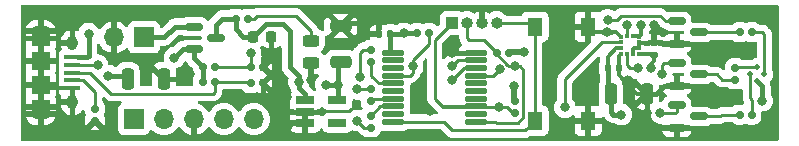
<source format=gbr>
%TF.GenerationSoftware,KiCad,Pcbnew,7.0.9*%
%TF.CreationDate,2023-12-22T19:30:16+01:00*%
%TF.ProjectId,Prj_4_Feranec_Controller,50726a5f-345f-4466-9572-616e65635f43,rev?*%
%TF.SameCoordinates,Original*%
%TF.FileFunction,Copper,L1,Top*%
%TF.FilePolarity,Positive*%
%FSLAX46Y46*%
G04 Gerber Fmt 4.6, Leading zero omitted, Abs format (unit mm)*
G04 Created by KiCad (PCBNEW 7.0.9) date 2023-12-22 19:30:16*
%MOMM*%
%LPD*%
G01*
G04 APERTURE LIST*
G04 Aperture macros list*
%AMRoundRect*
0 Rectangle with rounded corners*
0 $1 Rounding radius*
0 $2 $3 $4 $5 $6 $7 $8 $9 X,Y pos of 4 corners*
0 Add a 4 corners polygon primitive as box body*
4,1,4,$2,$3,$4,$5,$6,$7,$8,$9,$2,$3,0*
0 Add four circle primitives for the rounded corners*
1,1,$1+$1,$2,$3*
1,1,$1+$1,$4,$5*
1,1,$1+$1,$6,$7*
1,1,$1+$1,$8,$9*
0 Add four rect primitives between the rounded corners*
20,1,$1+$1,$2,$3,$4,$5,0*
20,1,$1+$1,$4,$5,$6,$7,0*
20,1,$1+$1,$6,$7,$8,$9,0*
20,1,$1+$1,$8,$9,$2,$3,0*%
G04 Aperture macros list end*
%TA.AperFunction,SMDPad,CuDef*%
%ADD10R,1.350000X0.400000*%
%TD*%
%TA.AperFunction,ComponentPad*%
%ADD11O,1.550000X0.890000*%
%TD*%
%TA.AperFunction,SMDPad,CuDef*%
%ADD12R,1.550000X1.200000*%
%TD*%
%TA.AperFunction,ComponentPad*%
%ADD13O,0.950000X1.250000*%
%TD*%
%TA.AperFunction,SMDPad,CuDef*%
%ADD14R,1.550000X1.500000*%
%TD*%
%TA.AperFunction,SMDPad,CuDef*%
%ADD15RoundRect,0.150000X-0.150000X-0.200000X0.150000X-0.200000X0.150000X0.200000X-0.150000X0.200000X0*%
%TD*%
%TA.AperFunction,SMDPad,CuDef*%
%ADD16R,0.375000X0.350000*%
%TD*%
%TA.AperFunction,SMDPad,CuDef*%
%ADD17R,0.350000X0.375000*%
%TD*%
%TA.AperFunction,ComponentPad*%
%ADD18R,1.000000X1.000000*%
%TD*%
%TA.AperFunction,ComponentPad*%
%ADD19O,1.000000X1.000000*%
%TD*%
%TA.AperFunction,SMDPad,CuDef*%
%ADD20RoundRect,0.225000X-0.225000X-0.250000X0.225000X-0.250000X0.225000X0.250000X-0.225000X0.250000X0*%
%TD*%
%TA.AperFunction,SMDPad,CuDef*%
%ADD21RoundRect,0.150000X0.150000X0.200000X-0.150000X0.200000X-0.150000X-0.200000X0.150000X-0.200000X0*%
%TD*%
%TA.AperFunction,SMDPad,CuDef*%
%ADD22RoundRect,0.112500X0.000000X-0.159099X0.159099X0.000000X0.000000X0.159099X-0.159099X0.000000X0*%
%TD*%
%TA.AperFunction,SMDPad,CuDef*%
%ADD23RoundRect,0.150000X-0.587500X-0.150000X0.587500X-0.150000X0.587500X0.150000X-0.587500X0.150000X0*%
%TD*%
%TA.AperFunction,SMDPad,CuDef*%
%ADD24RoundRect,0.150000X-0.200000X0.150000X-0.200000X-0.150000X0.200000X-0.150000X0.200000X0.150000X0*%
%TD*%
%TA.AperFunction,SMDPad,CuDef*%
%ADD25RoundRect,0.243750X-0.456250X0.243750X-0.456250X-0.243750X0.456250X-0.243750X0.456250X0.243750X0*%
%TD*%
%TA.AperFunction,SMDPad,CuDef*%
%ADD26RoundRect,0.125000X-0.825000X-0.125000X0.825000X-0.125000X0.825000X0.125000X-0.825000X0.125000X0*%
%TD*%
%TA.AperFunction,SMDPad,CuDef*%
%ADD27RoundRect,0.140000X-0.140000X-0.170000X0.140000X-0.170000X0.140000X0.170000X-0.140000X0.170000X0*%
%TD*%
%TA.AperFunction,SMDPad,CuDef*%
%ADD28R,1.300000X1.550000*%
%TD*%
%TA.AperFunction,SMDPad,CuDef*%
%ADD29RoundRect,0.250000X-0.250000X-0.650000X0.250000X-0.650000X0.250000X0.650000X-0.250000X0.650000X0*%
%TD*%
%TA.AperFunction,ComponentPad*%
%ADD30R,1.700000X1.700000*%
%TD*%
%TA.AperFunction,ComponentPad*%
%ADD31O,1.700000X1.700000*%
%TD*%
%TA.AperFunction,SMDPad,CuDef*%
%ADD32R,1.560000X0.650000*%
%TD*%
%TA.AperFunction,SMDPad,CuDef*%
%ADD33RoundRect,0.250000X0.650000X-0.250000X0.650000X0.250000X-0.650000X0.250000X-0.650000X-0.250000X0*%
%TD*%
%TA.AperFunction,SMDPad,CuDef*%
%ADD34RoundRect,0.140000X-0.170000X0.140000X-0.170000X-0.140000X0.170000X-0.140000X0.170000X0.140000X0*%
%TD*%
%TA.AperFunction,SMDPad,CuDef*%
%ADD35RoundRect,0.150000X0.200000X-0.150000X0.200000X0.150000X-0.200000X0.150000X-0.200000X-0.150000X0*%
%TD*%
%TA.AperFunction,ViaPad*%
%ADD36C,0.800000*%
%TD*%
%TA.AperFunction,Conductor*%
%ADD37C,0.250000*%
%TD*%
%TA.AperFunction,Conductor*%
%ADD38C,0.500000*%
%TD*%
%TA.AperFunction,Conductor*%
%ADD39C,0.400000*%
%TD*%
%TA.AperFunction,Conductor*%
%ADD40C,0.350000*%
%TD*%
G04 APERTURE END LIST*
D10*
%TO.P,USB1,1,VCC*%
%TO.N,/+5V_USB*%
X138700000Y-61200000D03*
%TO.P,USB1,2,D-*%
%TO.N,Net-(USB1-D-)*%
X138700000Y-61850000D03*
%TO.P,USB1,3,D+*%
%TO.N,Net-(USB1-D+)*%
X138700000Y-62500000D03*
%TO.P,USB1,4,ID*%
%TO.N,Net-(USB1-ID)*%
X138700000Y-63150000D03*
%TO.P,USB1,5,GND*%
%TO.N,GND*%
X138700000Y-63800000D03*
D11*
%TO.P,USB1,6,GND*%
X136000000Y-59000000D03*
D12*
X136000000Y-59600000D03*
D13*
X138700000Y-60000000D03*
D14*
X136000000Y-61500000D03*
X136000000Y-63500000D03*
D13*
X138700000Y-65000000D03*
D12*
X136000000Y-65400000D03*
D11*
X136000000Y-66000000D03*
%TD*%
D15*
%TO.P,R5,1*%
%TO.N,/+VIN*%
X152527000Y-57912000D03*
%TO.P,R5,2*%
%TO.N,Net-(LED1-Pad1)*%
X153543000Y-57912000D03*
%TD*%
%TO.P,R6,1*%
%TO.N,/+5V_USB*%
X149733000Y-61976000D03*
%TO.P,R6,2*%
%TO.N,Net-(USB1-D-)*%
X150749000Y-61976000D03*
%TD*%
D16*
%TO.P,U2,1,ADDR*%
%TO.N,GND*%
X185165000Y-59431500D03*
%TO.P,U2,2,SDA*%
%TO.N,/I2C1_SDA*%
X185165000Y-59931500D03*
%TO.P,U2,3,IO_VDD*%
%TO.N,+3.3V*%
X185165000Y-60431500D03*
%TO.P,U2,4,RES*%
%TO.N,GND*%
X185165000Y-60931500D03*
D17*
%TO.P,U2,5,INT*%
%TO.N,/INT*%
X185677500Y-60944000D03*
%TO.P,U2,6,GND*%
%TO.N,GND*%
X186177500Y-60944000D03*
D16*
%TO.P,U2,7,VDD*%
%TO.N,+3.3V*%
X186690000Y-60931500D03*
%TO.P,U2,8,GND*%
%TO.N,GND*%
X186690000Y-60431500D03*
%TO.P,U2,9,GND*%
X186690000Y-59931500D03*
%TO.P,U2,10,VDD*%
%TO.N,+3.3V*%
X186690000Y-59431500D03*
D17*
%TO.P,U2,11,IO_VDD*%
X186177500Y-59419000D03*
%TO.P,U2,12,SCL*%
%TO.N,/I2C1_SCL*%
X185677500Y-59419000D03*
%TD*%
D18*
%TO.P,H3,1,Pin_1*%
%TO.N,/I2C1_SDA*%
X170817000Y-58293000D03*
D19*
%TO.P,H3,2,Pin_2*%
%TO.N,/I2C1_SCL*%
X172087000Y-58293000D03*
%TO.P,H3,3,Pin_2*%
%TO.N,GND*%
X173357000Y-58293000D03*
%TO.P,H3,4,Pin_2*%
%TO.N,/BUTTON*%
X174627000Y-58293000D03*
%TD*%
D20*
%TO.P,C1,1*%
%TO.N,/+VIN*%
X154000000Y-59436000D03*
%TO.P,C1,2*%
%TO.N,GND*%
X155550000Y-59436000D03*
%TD*%
D21*
%TO.P,R3,1*%
%TO.N,Net-(LED2-R)*%
X196215000Y-59055000D03*
%TO.P,R3,2*%
%TO.N,Net-(Q1-D)*%
X195199000Y-59055000D03*
%TD*%
D15*
%TO.P,R7,1*%
%TO.N,/+5V_USB*%
X149733000Y-63246000D03*
%TO.P,R7,2*%
%TO.N,Net-(USB1-D+)*%
X150749000Y-63246000D03*
%TD*%
D22*
%TO.P,LED2,1,B*%
%TO.N,Net-(LED2-B)*%
X196077959Y-62625000D03*
%TO.P,LED2,2,G*%
%TO.N,Net-(LED2-G)*%
X196679000Y-62023959D03*
%TO.P,LED2,3,R*%
%TO.N,Net-(LED2-R)*%
X197280041Y-62625000D03*
%TO.P,LED2,4,Anode*%
%TO.N,/+VIN*%
X196679000Y-63226041D03*
%TD*%
D23*
%TO.P,Q1,1,G*%
%TO.N,/LED_R*%
X189865000Y-58136000D03*
%TO.P,Q1,2,S*%
%TO.N,GND*%
X189865000Y-60036000D03*
%TO.P,Q1,3,D*%
%TO.N,Net-(Q1-D)*%
X191740000Y-59086000D03*
%TD*%
D24*
%TO.P,R2,1*%
%TO.N,Net-(LED2-G)*%
X194818000Y-62073000D03*
%TO.P,R2,2*%
%TO.N,Net-(Q2-D)*%
X194818000Y-63089000D03*
%TD*%
D25*
%TO.P,LED1,1*%
%TO.N,Net-(LED1-Pad1)*%
X158877000Y-59768500D03*
%TO.P,LED1,2*%
%TO.N,GND*%
X158877000Y-61643500D03*
%TD*%
D26*
%TO.P,U1,1,VDD*%
%TO.N,+3.3V*%
X165862000Y-60803000D03*
%TO.P,U1,2,RA5*%
%TO.N,unconnected-(U1-RA5-Pad2)*%
X165862000Y-61453000D03*
%TO.P,U1,3,RA4*%
%TO.N,unconnected-(U1-RA4-Pad3)*%
X165862000Y-62103000D03*
%TO.P,U1,4,~{MCLR}/VPP/RA3*%
%TO.N,Net-(H2-Pin_1)*%
X165862000Y-62753000D03*
%TO.P,U1,5,RC5*%
%TO.N,/LED_B_R*%
X165862000Y-63403000D03*
%TO.P,U1,6,RC4*%
%TO.N,unconnected-(U1-RC4-Pad6)*%
X165862000Y-64053000D03*
%TO.P,U1,7,RC3*%
%TO.N,/LED_R_R*%
X165862000Y-64703000D03*
%TO.P,U1,8,RC6*%
%TO.N,/LED_G_R*%
X165862000Y-65353000D03*
%TO.P,U1,9,RC7*%
%TO.N,unconnected-(U1-RC7-Pad9)*%
X165862000Y-66003000D03*
%TO.P,U1,10,RB7*%
%TO.N,/BUTTON*%
X165862000Y-66653000D03*
%TO.P,U1,11,RB6*%
%TO.N,/I2C1_SCL*%
X172862000Y-66653000D03*
%TO.P,U1,12,RB5*%
%TO.N,unconnected-(U1-RB5-Pad12)*%
X172862000Y-66003000D03*
%TO.P,U1,13,RB4*%
%TO.N,/I2C1_SDA*%
X172862000Y-65353000D03*
%TO.P,U1,14,RC2*%
%TO.N,unconnected-(U1-RC2-Pad14)*%
X172862000Y-64703000D03*
%TO.P,U1,15,RC1*%
%TO.N,unconnected-(U1-RC1-Pad15)*%
X172862000Y-64053000D03*
%TO.P,U1,16,RC0*%
%TO.N,unconnected-(U1-RC0-Pad16)*%
X172862000Y-63403000D03*
%TO.P,U1,17,RA2*%
%TO.N,/INT*%
X172862000Y-62753000D03*
%TO.P,U1,18,RA0/ICSPCLK*%
%TO.N,/ICSPCLK*%
X172862000Y-62103000D03*
%TO.P,U1,19,RA0/ICSPDAT*%
%TO.N,/ICSPDAT*%
X172862000Y-61453000D03*
%TO.P,U1,20,VSS*%
%TO.N,GND*%
X172862000Y-60803000D03*
%TD*%
D27*
%TO.P,C7,1*%
%TO.N,GND*%
X164648000Y-59182000D03*
%TO.P,C7,2*%
%TO.N,+3.3V*%
X165608000Y-59182000D03*
%TD*%
D28*
%TO.P,SW1,1*%
%TO.N,/BUTTON*%
X177857000Y-66547000D03*
%TO.P,SW1,2*%
X177857000Y-58597000D03*
%TO.P,SW1,3*%
%TO.N,GND*%
X182357000Y-66547000D03*
%TO.P,SW1,4*%
X182357000Y-58597000D03*
%TD*%
D15*
%TO.P,R8,1*%
%TO.N,Net-(USB1-D-)*%
X153797000Y-61976000D03*
%TO.P,R8,2*%
%TO.N,GND*%
X154813000Y-61976000D03*
%TD*%
D24*
%TO.P,R13,1*%
%TO.N,/LED_R*%
X163957000Y-63851000D03*
%TO.P,R13,2*%
%TO.N,/LED_R_R*%
X163957000Y-64867000D03*
%TD*%
D29*
%TO.P,C3,1*%
%TO.N,/+5V_USB*%
X143383000Y-62992000D03*
%TO.P,C3,2*%
%TO.N,GND*%
X146431000Y-62992000D03*
%TD*%
D15*
%TO.P,R9,1*%
%TO.N,Net-(USB1-D+)*%
X153797000Y-63373000D03*
%TO.P,R9,2*%
%TO.N,GND*%
X154813000Y-63373000D03*
%TD*%
%TO.P,R10,1*%
%TO.N,+3.3V*%
X167894000Y-59152000D03*
%TO.P,R10,2*%
%TO.N,Net-(H2-Pin_1)*%
X168910000Y-59152000D03*
%TD*%
D30*
%TO.P,H2,1,Pin_1*%
%TO.N,Net-(H2-Pin_1)*%
X143891000Y-66421000D03*
D31*
%TO.P,H2,2,Pin_2*%
%TO.N,+3.3V*%
X146431000Y-66421000D03*
%TO.P,H2,3,Pin_2*%
%TO.N,GND*%
X148971000Y-66421000D03*
%TO.P,H2,4,Pin_2*%
%TO.N,/ICSPDAT*%
X151511000Y-66421000D03*
%TO.P,H2,5,Pin_2*%
%TO.N,/ICSPCLK*%
X154051000Y-66421000D03*
%TD*%
D27*
%TO.P,C6,1*%
%TO.N,+3.3V*%
X184023000Y-62103000D03*
%TO.P,C6,2*%
%TO.N,GND*%
X184983000Y-62103000D03*
%TD*%
D23*
%TO.P,Q3,1,G*%
%TO.N,/LED_G*%
X189865000Y-65248000D03*
%TO.P,Q3,2,S*%
%TO.N,GND*%
X189865000Y-67148000D03*
%TO.P,Q3,3,D*%
%TO.N,Net-(Q3-D)*%
X191740000Y-66198000D03*
%TD*%
D32*
%TO.P,U3,1,IN*%
%TO.N,/+VIN*%
X158416000Y-64836000D03*
%TO.P,U3,2,GND*%
%TO.N,GND*%
X158416000Y-65786000D03*
%TO.P,U3,3,~{EN}*%
X158416000Y-66736000D03*
%TO.P,U3,4,NC/FB*%
%TO.N,unconnected-(U3-NC{slash}FB-Pad4)*%
X161116000Y-66736000D03*
%TO.P,U3,5,OUT*%
%TO.N,+3.3V*%
X161116000Y-64836000D03*
%TD*%
D21*
%TO.P,R1,1*%
%TO.N,Net-(LED2-B)*%
X196215000Y-66040000D03*
%TO.P,R1,2*%
%TO.N,Net-(Q3-D)*%
X195199000Y-66040000D03*
%TD*%
D24*
%TO.P,R14,1*%
%TO.N,/LED_B*%
X163957000Y-60549000D03*
%TO.P,R14,2*%
%TO.N,/LED_B_R*%
X163957000Y-61565000D03*
%TD*%
D21*
%TO.P,R12,1*%
%TO.N,+3.3V*%
X175666400Y-60807600D03*
%TO.P,R12,2*%
%TO.N,/I2C1_SCL*%
X174650400Y-60807600D03*
%TD*%
D24*
%TO.P,R11,1*%
%TO.N,+3.3V*%
X176149000Y-64922400D03*
%TO.P,R11,2*%
%TO.N,/I2C1_SDA*%
X176149000Y-65938400D03*
%TD*%
%TO.P,R4,1*%
%TO.N,Net-(USB1-ID)*%
X140589000Y-65532000D03*
%TO.P,R4,2*%
%TO.N,GND*%
X140589000Y-66548000D03*
%TD*%
D23*
%TO.P,D1,1*%
%TO.N,/+VBAT*%
X149000000Y-58600000D03*
%TO.P,D1,2*%
%TO.N,/+5V_USB*%
X149000000Y-60500000D03*
%TO.P,D1,3*%
%TO.N,/+VIN*%
X150875000Y-59550000D03*
%TD*%
D33*
%TO.P,C2,1*%
%TO.N,+3.3V*%
X161417000Y-61595000D03*
%TO.P,C2,2*%
%TO.N,GND*%
X161417000Y-58547000D03*
%TD*%
D34*
%TO.P,C4,1*%
%TO.N,GND*%
X187960000Y-60000000D03*
%TO.P,C4,2*%
%TO.N,+3.3V*%
X187960000Y-60960000D03*
%TD*%
D30*
%TO.P,H1,1,Pin_1*%
%TO.N,/+VBAT*%
X144770000Y-59500000D03*
D31*
%TO.P,H1,2,Pin_2*%
%TO.N,GND*%
X142230000Y-59500000D03*
%TD*%
D29*
%TO.P,C5,1*%
%TO.N,+3.3V*%
X184277000Y-64262000D03*
%TO.P,C5,2*%
%TO.N,GND*%
X187325000Y-64262000D03*
%TD*%
D23*
%TO.P,Q2,1,G*%
%TO.N,/LED_B*%
X189865000Y-61692000D03*
%TO.P,Q2,2,S*%
%TO.N,GND*%
X189865000Y-63592000D03*
%TO.P,Q2,3,D*%
%TO.N,Net-(Q2-D)*%
X191740000Y-62642000D03*
%TD*%
D35*
%TO.P,R15,1*%
%TO.N,/LED_G*%
X163957000Y-67153000D03*
%TO.P,R15,2*%
%TO.N,/LED_G_R*%
X163957000Y-66137000D03*
%TD*%
D36*
%TO.N,GND*%
X168986200Y-65735200D03*
%TO.N,/I2C1_SCL*%
X176174400Y-61925200D03*
%TO.N,/I2C1_SDA*%
X174802800Y-65428000D03*
%TO.N,/+VIN*%
X197104000Y-64867000D03*
X157863731Y-63242840D03*
%TO.N,/I2C1_SDA*%
X180390800Y-65430400D03*
%TO.N,+3.3V*%
X187701785Y-62084501D03*
%TO.N,/LED_G*%
X188468000Y-65913000D03*
%TO.N,/LED_R*%
X184024423Y-58009671D03*
%TO.N,+3.3V*%
X185166000Y-66040000D03*
%TO.N,GND*%
X148209000Y-62230000D03*
%TO.N,/+5V_USB*%
X141732000Y-62738000D03*
%TO.N,Net-(USB1-D-)*%
X140843000Y-61849000D03*
X153797000Y-60833000D03*
%TO.N,/+5V_USB*%
X140081000Y-59182000D03*
%TO.N,/LED_R*%
X162814000Y-63881000D03*
%TO.N,/LED_G*%
X162814000Y-66548000D03*
%TO.N,/LED_B*%
X163068684Y-62859687D03*
X188595000Y-62611000D03*
%TO.N,GND*%
X187960000Y-58450000D03*
X187325000Y-65913000D03*
%TO.N,/INT*%
X186563000Y-62133000D03*
%TO.N,+3.3V*%
X186817000Y-58420000D03*
%TO.N,/I2C1_SCL*%
X185674000Y-58450000D03*
%TO.N,GND*%
X183976000Y-59008000D03*
%TO.N,+3.3V*%
X176123600Y-63614900D03*
X176936400Y-60706000D03*
%TO.N,GND*%
X184023000Y-67300500D03*
%TO.N,+3.3V*%
X166751000Y-59152000D03*
%TO.N,/INT*%
X174879000Y-62200000D03*
%TO.N,/ICSPCLK*%
X170815000Y-63089000D03*
%TO.N,/ICSPDAT*%
X170815000Y-61946000D03*
%TO.N,GND*%
X170815000Y-60803000D03*
%TO.N,Net-(H2-Pin_1)*%
X167513000Y-61946000D03*
%TO.N,GND*%
X163322000Y-58293000D03*
%TO.N,+3.3V*%
X161163000Y-63500000D03*
X160147000Y-63500000D03*
%TO.N,/+5V_USB*%
X147320000Y-61214000D03*
%TO.N,GND*%
X156845000Y-67183000D03*
X156845000Y-64516000D03*
X158877000Y-63119000D03*
X154813000Y-64516000D03*
X155194000Y-60833000D03*
%TD*%
D37*
%TO.N,/I2C1_SCL*%
X172087000Y-58293000D02*
X172087000Y-59565000D01*
X172087000Y-59565000D02*
X172262800Y-59740800D01*
X172262800Y-59740800D02*
X173583600Y-59740800D01*
X173583600Y-59740800D02*
X174650400Y-60807600D01*
%TO.N,Net-(H2-Pin_1)*%
X167513000Y-61442600D02*
X168910000Y-60045600D01*
X167513000Y-61946000D02*
X167513000Y-61442600D01*
X168910000Y-59152000D02*
X168910000Y-60045600D01*
%TO.N,/I2C1_SDA*%
X180390800Y-63042800D02*
X183502100Y-59931500D01*
X180390800Y-65430400D02*
X180390800Y-63042800D01*
X183502100Y-59931500D02*
X185166000Y-59931500D01*
%TO.N,/I2C1_SCL*%
X175629506Y-61925200D02*
X175520953Y-61816647D01*
X176174400Y-61925200D02*
X175629506Y-61925200D01*
X175520953Y-61816647D02*
X174650400Y-60946095D01*
X176882000Y-62226400D02*
X176580800Y-61925200D01*
X176580800Y-61925200D02*
X176174400Y-61925200D01*
X176882000Y-63177695D02*
X176882000Y-62226400D01*
D38*
%TO.N,+3.3V*%
X175768000Y-60706000D02*
X175666400Y-60807600D01*
X176936400Y-60706000D02*
X175768000Y-60706000D01*
D37*
%TO.N,/I2C1_SCL*%
X174650400Y-60946095D02*
X174650400Y-60807600D01*
X176882000Y-66231308D02*
X176882000Y-63177695D01*
X174578695Y-66714200D02*
X176399108Y-66714200D01*
X174517495Y-66653000D02*
X174578695Y-66714200D01*
X176399108Y-66714200D02*
X176882000Y-66231308D01*
X172862000Y-66653000D02*
X174517495Y-66653000D01*
%TO.N,/I2C1_SDA*%
X169360000Y-64687300D02*
X169621200Y-64948500D01*
X169360000Y-59750000D02*
X169360000Y-64687300D01*
X170817000Y-58293000D02*
X169360000Y-59750000D01*
X169621200Y-64948500D02*
X170025700Y-65353000D01*
X169621200Y-64948500D02*
X170100700Y-65428000D01*
X170025700Y-65353000D02*
X172862000Y-65353000D01*
X170100700Y-65428000D02*
X175490800Y-65428000D01*
X175490800Y-65428000D02*
X176052000Y-65989200D01*
D38*
%TO.N,+3.3V*%
X176123600Y-64897000D02*
X176149000Y-64922400D01*
X176123600Y-63614900D02*
X176123600Y-64897000D01*
D37*
%TO.N,/BUTTON*%
X177034000Y-67370000D02*
X177857000Y-66547000D01*
X170158000Y-66653000D02*
X170875000Y-67370000D01*
X165862000Y-66653000D02*
X170158000Y-66653000D01*
X170875000Y-67370000D02*
X177034000Y-67370000D01*
%TO.N,/LED_R*%
X188468000Y-57658000D02*
X188946000Y-58136000D01*
X188946000Y-58136000D02*
X189865000Y-58136000D01*
X185166000Y-57658000D02*
X188468000Y-57658000D01*
X184814329Y-58009671D02*
X185166000Y-57658000D01*
X184024423Y-58009671D02*
X184814329Y-58009671D01*
D39*
%TO.N,GND*%
X188757000Y-63592000D02*
X188087000Y-64262000D01*
X189865000Y-63592000D02*
X188757000Y-63592000D01*
X188087000Y-64262000D02*
X187325000Y-64262000D01*
D37*
%TO.N,Net-(Q2-D)*%
X193258000Y-62642000D02*
X193705000Y-63089000D01*
X191740000Y-62642000D02*
X193258000Y-62642000D01*
D39*
%TO.N,/+VIN*%
X197104000Y-63651041D02*
X197104000Y-64867000D01*
X196679000Y-63226041D02*
X197104000Y-63651041D01*
X157863731Y-62740731D02*
X157099000Y-61976000D01*
X157863731Y-63242840D02*
X157863731Y-62740731D01*
X157099000Y-61976000D02*
X157099000Y-60833000D01*
X157863731Y-63756731D02*
X158416000Y-64309000D01*
X157863731Y-63242840D02*
X157863731Y-63756731D01*
X158416000Y-64309000D02*
X158416000Y-64836000D01*
%TO.N,/+VBAT*%
X144770000Y-59500000D02*
X146473000Y-59500000D01*
X146473000Y-59500000D02*
X147373000Y-58600000D01*
D37*
%TO.N,GND*%
X136300000Y-63800000D02*
X136000000Y-63500000D01*
D40*
X138700000Y-63800000D02*
X136300000Y-63800000D01*
D37*
%TO.N,Net-(USB1-D+)*%
X150749000Y-64135000D02*
X150749000Y-63246000D01*
X150622000Y-64262000D02*
X150749000Y-64135000D01*
X140224000Y-62500000D02*
X141986000Y-64262000D01*
X141986000Y-64262000D02*
X150622000Y-64262000D01*
X138700000Y-62500000D02*
X140224000Y-62500000D01*
%TO.N,/BUTTON*%
X177553000Y-58293000D02*
X177857000Y-58597000D01*
X174627000Y-58293000D02*
X177553000Y-58293000D01*
%TO.N,/INT*%
X185678500Y-61883500D02*
X185678500Y-60944000D01*
X185928000Y-62133000D02*
X185678500Y-61883500D01*
X186563000Y-62133000D02*
X185928000Y-62133000D01*
%TO.N,/BUTTON*%
X177487500Y-66177500D02*
X177857000Y-66547000D01*
%TO.N,/LED_B*%
X188752000Y-61692000D02*
X189865000Y-61692000D01*
X188595000Y-61849000D02*
X188752000Y-61692000D01*
X188595000Y-62611000D02*
X188595000Y-61849000D01*
D40*
%TO.N,+3.3V*%
X187960000Y-61468000D02*
X187960000Y-60960000D01*
X187706000Y-61722000D02*
X187960000Y-61468000D01*
D37*
X187701785Y-62084501D02*
X187706000Y-62080286D01*
D40*
X187706000Y-62080286D02*
X187706000Y-61722000D01*
D37*
%TO.N,Net-(Q2-D)*%
X194818000Y-63089000D02*
X193705000Y-63089000D01*
%TO.N,Net-(Q3-D)*%
X193517000Y-66198000D02*
X191740000Y-66198000D01*
X193675000Y-66040000D02*
X193517000Y-66198000D01*
X195199000Y-66040000D02*
X193675000Y-66040000D01*
%TO.N,Net-(LED2-B)*%
X196215000Y-64770000D02*
X196215000Y-66040000D01*
X196077959Y-64632959D02*
X196215000Y-64770000D01*
X196077959Y-62625000D02*
X196077959Y-64632959D01*
%TO.N,Net-(LED2-R)*%
X197104000Y-59055000D02*
X196215000Y-59055000D01*
X197280041Y-59231041D02*
X197104000Y-59055000D01*
X197280041Y-62625000D02*
X197280041Y-59231041D01*
%TO.N,Net-(Q1-D)*%
X191740000Y-59086000D02*
X195168000Y-59086000D01*
X195168000Y-59086000D02*
X195199000Y-59055000D01*
%TO.N,/LED_G*%
X162814000Y-66548000D02*
X163419000Y-67153000D01*
X163419000Y-67153000D02*
X163957000Y-67153000D01*
X189865000Y-65786000D02*
X189865000Y-65248000D01*
X188468000Y-65913000D02*
X189738000Y-65913000D01*
X189738000Y-65913000D02*
X189865000Y-65786000D01*
D39*
%TO.N,GND*%
X187325000Y-65913000D02*
X187325000Y-66929000D01*
X187544000Y-67148000D02*
X187325000Y-66929000D01*
X189865000Y-67148000D02*
X187544000Y-67148000D01*
D37*
X182768000Y-59008000D02*
X182357000Y-58597000D01*
D40*
X183976000Y-59008000D02*
X182768000Y-59008000D01*
D39*
X184023000Y-66929000D02*
X184023000Y-67300500D01*
X182357000Y-66547000D02*
X183641000Y-66547000D01*
X183641000Y-66547000D02*
X184023000Y-66929000D01*
D37*
%TO.N,/LED_B*%
X189835000Y-61722000D02*
X189865000Y-61692000D01*
D40*
%TO.N,GND*%
X184983000Y-62712000D02*
X186533000Y-64262000D01*
X186533000Y-64262000D02*
X187325000Y-64262000D01*
X184983000Y-62103000D02*
X184983000Y-62712000D01*
X184983000Y-62103000D02*
X184983000Y-61113500D01*
X184983000Y-61113500D02*
X185165000Y-60931500D01*
D39*
X187960000Y-58450000D02*
X187960000Y-60000000D01*
D40*
X187960000Y-60000000D02*
X186759500Y-60000000D01*
D37*
X186759500Y-60000000D02*
X186691000Y-59931500D01*
D40*
%TO.N,+3.3V*%
X186817000Y-59305500D02*
X186691000Y-59431500D01*
X186817000Y-58420000D02*
X186817000Y-59305500D01*
X184023000Y-61126305D02*
X184023000Y-62103000D01*
X185166000Y-60431500D02*
X184717805Y-60431500D01*
X184717805Y-60431500D02*
X184023000Y-61126305D01*
D37*
%TO.N,/I2C1_SCL*%
X185678500Y-58454500D02*
X185678500Y-59419000D01*
X185674000Y-58450000D02*
X185678500Y-58454500D01*
D39*
%TO.N,+3.3V*%
X184277000Y-65816000D02*
X184277000Y-64262000D01*
X184501000Y-66040000D02*
X184277000Y-65816000D01*
X185166000Y-66040000D02*
X184501000Y-66040000D01*
D37*
%TO.N,/ICSPCLK*%
X171831000Y-62103000D02*
X172862000Y-62103000D01*
X170815000Y-63089000D02*
X170845000Y-63089000D01*
X170845000Y-63089000D02*
X171831000Y-62103000D01*
%TO.N,/ICSPDAT*%
X171308000Y-61453000D02*
X172862000Y-61453000D01*
X170815000Y-61946000D02*
X171308000Y-61453000D01*
D39*
%TO.N,+3.3V*%
X165608000Y-60549000D02*
X165862000Y-60803000D01*
D37*
%TO.N,/LED_B_R*%
X164622000Y-63403000D02*
X165862000Y-63403000D01*
X163957000Y-62738000D02*
X164622000Y-63403000D01*
X163957000Y-61565000D02*
X163957000Y-62738000D01*
%TO.N,/LED_R*%
X162844000Y-63851000D02*
X162814000Y-63881000D01*
X163957000Y-63851000D02*
X162844000Y-63851000D01*
D39*
%TO.N,GND*%
X163322000Y-59055000D02*
X163322000Y-58293000D01*
X163449000Y-59182000D02*
X163322000Y-59055000D01*
X164648000Y-59182000D02*
X163449000Y-59182000D01*
D37*
%TO.N,+3.3V*%
X161163000Y-64789000D02*
X161116000Y-64836000D01*
D39*
X161163000Y-63500000D02*
X161163000Y-64789000D01*
D37*
%TO.N,Net-(LED1-Pad1)*%
X158877000Y-58928000D02*
X158877000Y-59768500D01*
X157607000Y-57658000D02*
X158877000Y-58928000D01*
X154051000Y-57912000D02*
X154305000Y-57658000D01*
X153543000Y-57912000D02*
X154051000Y-57912000D01*
X154305000Y-57658000D02*
X157607000Y-57658000D01*
D39*
%TO.N,GND*%
X158877000Y-63119000D02*
X158877000Y-61643500D01*
X156972000Y-65786000D02*
X158416000Y-65786000D01*
X156845000Y-65659000D02*
X156972000Y-65786000D01*
X156845000Y-64516000D02*
X156845000Y-65659000D01*
D37*
%TO.N,Net-(USB1-D-)*%
X153797000Y-60833000D02*
X153797000Y-61976000D01*
D39*
%TO.N,/+VIN*%
X153162000Y-59436000D02*
X154000000Y-59436000D01*
X152527000Y-57912000D02*
X152527000Y-58801000D01*
X152527000Y-58801000D02*
X153162000Y-59436000D01*
%TO.N,/+5V_USB*%
X147320000Y-61214000D02*
X148034000Y-60500000D01*
X148034000Y-60500000D02*
X149000000Y-60500000D01*
%TO.N,/+VBAT*%
X149000000Y-58600000D02*
X147373000Y-58600000D01*
%TO.N,GND*%
X148209000Y-62230000D02*
X147447000Y-62992000D01*
X147447000Y-62992000D02*
X146431000Y-62992000D01*
D37*
%TO.N,/+5V_USB*%
X143129000Y-62738000D02*
X143383000Y-62992000D01*
D39*
X141732000Y-62738000D02*
X143129000Y-62738000D01*
X140081000Y-61087000D02*
X140081000Y-59182000D01*
X139968000Y-61200000D02*
X140081000Y-61087000D01*
X139206000Y-61200000D02*
X139968000Y-61200000D01*
D37*
X143383000Y-62992000D02*
X143383000Y-62865000D01*
%TO.N,Net-(USB1-D-)*%
X140842604Y-61849396D02*
X140843000Y-61849000D01*
X140842604Y-61850000D02*
X140842604Y-61849396D01*
D39*
%TO.N,GND*%
X155550000Y-60477000D02*
X155550000Y-59436000D01*
X155194000Y-60833000D02*
X155550000Y-60477000D01*
X154813000Y-61976000D02*
X154813000Y-61214000D01*
X154813000Y-61214000D02*
X155194000Y-60833000D01*
D37*
%TO.N,/+5V_USB*%
X138700000Y-61200000D02*
X139206000Y-61200000D01*
%TO.N,Net-(USB1-ID)*%
X139604000Y-63150000D02*
X138700000Y-63150000D01*
X140589000Y-64135000D02*
X139604000Y-63150000D01*
X140589000Y-65532000D02*
X140589000Y-64135000D01*
%TO.N,GND*%
X164719000Y-59182000D02*
X164648000Y-59182000D01*
D39*
%TO.N,+3.3V*%
X165608000Y-59182000D02*
X166721000Y-59182000D01*
D37*
X166721000Y-59182000D02*
X166751000Y-59152000D01*
D39*
X165608000Y-59182000D02*
X165608000Y-60549000D01*
D37*
%TO.N,/LED_B*%
X163068684Y-62859687D02*
X163068684Y-60802316D01*
X163068684Y-60802316D02*
X163322000Y-60549000D01*
X163322000Y-60549000D02*
X163957000Y-60549000D01*
%TO.N,GND*%
X161671000Y-58293000D02*
X161417000Y-58547000D01*
D39*
X163322000Y-58293000D02*
X161671000Y-58293000D01*
D37*
%TO.N,/LED_G_R*%
X164741000Y-65353000D02*
X163957000Y-66137000D01*
X165862000Y-65353000D02*
X164741000Y-65353000D01*
%TO.N,/LED_R_R*%
X164121000Y-64703000D02*
X163957000Y-64867000D01*
X165862000Y-64703000D02*
X164121000Y-64703000D01*
%TO.N,+3.3V*%
X161163000Y-61849000D02*
X161417000Y-61595000D01*
D39*
X161163000Y-63500000D02*
X161163000Y-61849000D01*
D37*
%TO.N,Net-(LED2-G)*%
X194867041Y-62023959D02*
X194818000Y-62073000D01*
X196679000Y-62023959D02*
X194867041Y-62023959D01*
%TO.N,+3.3V*%
X187931500Y-60931500D02*
X187960000Y-60960000D01*
D40*
X186691000Y-60931500D02*
X187931500Y-60931500D01*
D39*
%TO.N,GND*%
X187325000Y-64262000D02*
X187325000Y-65913000D01*
D37*
%TO.N,+3.3V*%
X184023000Y-64008000D02*
X184277000Y-64262000D01*
D39*
X184023000Y-62103000D02*
X184023000Y-64008000D01*
D40*
%TO.N,GND*%
X186253500Y-60431500D02*
X186178500Y-60506500D01*
X186178500Y-60506500D02*
X186178500Y-60944000D01*
X186691000Y-60431500D02*
X186253500Y-60431500D01*
X186691000Y-59931500D02*
X186691000Y-60431500D01*
%TO.N,+3.3V*%
X186178500Y-59419000D02*
X186678500Y-59419000D01*
%TO.N,GND*%
X184742500Y-59008000D02*
X185166000Y-59431500D01*
X183976000Y-59008000D02*
X184742500Y-59008000D01*
D37*
X184023000Y-59055000D02*
X183976000Y-59008000D01*
%TO.N,/BUTTON*%
X177857000Y-66547000D02*
X177857000Y-58597000D01*
D39*
%TO.N,+3.3V*%
X167894000Y-59152000D02*
X166751000Y-59152000D01*
D37*
%TO.N,/INT*%
X174326000Y-62753000D02*
X174879000Y-62200000D01*
X172862000Y-62753000D02*
X174326000Y-62753000D01*
D39*
%TO.N,GND*%
X172862000Y-60803000D02*
X170815000Y-60803000D01*
D37*
%TO.N,Net-(H2-Pin_1)*%
X167513000Y-62544000D02*
X167304000Y-62753000D01*
X167513000Y-61946000D02*
X167513000Y-62544000D01*
X167304000Y-62753000D02*
X165862000Y-62753000D01*
D39*
%TO.N,+3.3V*%
X161163000Y-63500000D02*
X160147000Y-63500000D01*
D37*
X161116000Y-63547000D02*
X161163000Y-63500000D01*
X160147000Y-63500000D02*
X160147000Y-63627000D01*
X160147000Y-63627000D02*
X160241000Y-63721000D01*
D39*
%TO.N,/+VIN*%
X157099000Y-60833000D02*
X157099000Y-58928000D01*
%TO.N,GND*%
X157292000Y-66736000D02*
X156845000Y-67183000D01*
X158416000Y-66736000D02*
X157292000Y-66736000D01*
%TO.N,/+VIN*%
X157099000Y-58928000D02*
X156533000Y-58362000D01*
X156533000Y-58362000D02*
X155074000Y-58362000D01*
X155074000Y-58362000D02*
X154000000Y-59436000D01*
D37*
%TO.N,GND*%
X141730000Y-60000000D02*
X142230000Y-59500000D01*
D39*
%TO.N,/+VIN*%
X151384000Y-57912000D02*
X152527000Y-57912000D01*
X150875000Y-58421000D02*
X151384000Y-57912000D01*
X150875000Y-59550000D02*
X150875000Y-58421000D01*
%TO.N,/+5V_USB*%
X149733000Y-61976000D02*
X149733000Y-63246000D01*
X149000000Y-61243000D02*
X149733000Y-61976000D01*
X149000000Y-60500000D02*
X149000000Y-61243000D01*
%TO.N,GND*%
X154813000Y-64516000D02*
X154813000Y-63373000D01*
D37*
%TO.N,Net-(USB1-D+)*%
X153670000Y-63246000D02*
X153797000Y-63373000D01*
X150749000Y-63246000D02*
X153670000Y-63246000D01*
%TO.N,Net-(USB1-D-)*%
X150749000Y-61976000D02*
X153797000Y-61976000D01*
X138700000Y-61850000D02*
X140842604Y-61850000D01*
%TD*%
%TA.AperFunction,Conductor*%
%TO.N,GND*%
G36*
X168653834Y-61288870D02*
G01*
X168709767Y-61330742D01*
X168734184Y-61396206D01*
X168734500Y-61405052D01*
X168734500Y-64604555D01*
X168732775Y-64620172D01*
X168733061Y-64620199D01*
X168732326Y-64627965D01*
X168734500Y-64697114D01*
X168734500Y-64726643D01*
X168734501Y-64726660D01*
X168735368Y-64733531D01*
X168735826Y-64739350D01*
X168737290Y-64785924D01*
X168737291Y-64785927D01*
X168742880Y-64805167D01*
X168746824Y-64824211D01*
X168749336Y-64844092D01*
X168763205Y-64879122D01*
X168766490Y-64887419D01*
X168768382Y-64892947D01*
X168781381Y-64937688D01*
X168791580Y-64954934D01*
X168800136Y-64972400D01*
X168801861Y-64976755D01*
X168807514Y-64991032D01*
X168834898Y-65028723D01*
X168838106Y-65033607D01*
X168861827Y-65073716D01*
X168861833Y-65073724D01*
X168875990Y-65087880D01*
X168888627Y-65102675D01*
X168900406Y-65118887D01*
X168935073Y-65147566D01*
X168936309Y-65148588D01*
X168940620Y-65152510D01*
X169035074Y-65246964D01*
X169123030Y-65334920D01*
X169404365Y-65616256D01*
X169524897Y-65736788D01*
X169534722Y-65749051D01*
X169534943Y-65748869D01*
X169539912Y-65754876D01*
X169590338Y-65802228D01*
X169599895Y-65811786D01*
X169609708Y-65824033D01*
X169609929Y-65823851D01*
X169610423Y-65824448D01*
X169610865Y-65825478D01*
X169616904Y-65833015D01*
X169619085Y-65836451D01*
X169616329Y-65838200D01*
X169637996Y-65888647D01*
X169626483Y-65957562D01*
X169579540Y-66009312D01*
X169514889Y-66027500D01*
X167436499Y-66027500D01*
X167369460Y-66007815D01*
X167323705Y-65955011D01*
X167312499Y-65903500D01*
X167312499Y-65814837D01*
X167311228Y-65798684D01*
X167309709Y-65779373D01*
X167290308Y-65712595D01*
X167290308Y-65643404D01*
X167297498Y-65618656D01*
X167309709Y-65576627D01*
X167311836Y-65549597D01*
X167312500Y-65541165D01*
X167312499Y-65164838D01*
X167309709Y-65129373D01*
X167290308Y-65062595D01*
X167290308Y-64993404D01*
X167293627Y-64981981D01*
X167309709Y-64926627D01*
X167311758Y-64900593D01*
X167312500Y-64891165D01*
X167312499Y-64514838D01*
X167311231Y-64498722D01*
X167309709Y-64479373D01*
X167290308Y-64412595D01*
X167290308Y-64343404D01*
X167291810Y-64338235D01*
X167309709Y-64276627D01*
X167312427Y-64242093D01*
X167312500Y-64241165D01*
X167312499Y-63864838D01*
X167312284Y-63862109D01*
X167309709Y-63829373D01*
X167290308Y-63762595D01*
X167290308Y-63693404D01*
X167291804Y-63688256D01*
X167309709Y-63626627D01*
X167312500Y-63591163D01*
X167312499Y-63494993D01*
X167332183Y-63427956D01*
X167384986Y-63382200D01*
X167401900Y-63375919D01*
X167402622Y-63375709D01*
X167402627Y-63375709D01*
X167421868Y-63370117D01*
X167440912Y-63366174D01*
X167460792Y-63363664D01*
X167504122Y-63346507D01*
X167509646Y-63344617D01*
X167513396Y-63343527D01*
X167554390Y-63331618D01*
X167571629Y-63321422D01*
X167589103Y-63312862D01*
X167607727Y-63305488D01*
X167607727Y-63305487D01*
X167607732Y-63305486D01*
X167645449Y-63278082D01*
X167650305Y-63274892D01*
X167690420Y-63251170D01*
X167704589Y-63236999D01*
X167719379Y-63224368D01*
X167735587Y-63212594D01*
X167765299Y-63176676D01*
X167769212Y-63172376D01*
X167896786Y-63044802D01*
X167909048Y-63034980D01*
X167908865Y-63034759D01*
X167914867Y-63029792D01*
X167914877Y-63029786D01*
X167962241Y-62979348D01*
X167983120Y-62958470D01*
X167987373Y-62952986D01*
X167991150Y-62948563D01*
X168023062Y-62914582D01*
X168032714Y-62897023D01*
X168043389Y-62880772D01*
X168055674Y-62864936D01*
X168074186Y-62822152D01*
X168076742Y-62816935D01*
X168096612Y-62780794D01*
X168099194Y-62776098D01*
X168099194Y-62776097D01*
X168099197Y-62776092D01*
X168104180Y-62756680D01*
X168110477Y-62738291D01*
X168118438Y-62719895D01*
X168125728Y-62673857D01*
X168126911Y-62668150D01*
X168130940Y-62652460D01*
X168138500Y-62623019D01*
X168138500Y-62623014D01*
X168140239Y-62616242D01*
X168168192Y-62564109D01*
X168245533Y-62478216D01*
X168340179Y-62314284D01*
X168398674Y-62134256D01*
X168418460Y-61946000D01*
X168398674Y-61757744D01*
X168350484Y-61609430D01*
X168344604Y-61591334D01*
X168342609Y-61521493D01*
X168374851Y-61465338D01*
X168522821Y-61317368D01*
X168584142Y-61283886D01*
X168653834Y-61288870D01*
G37*
%TD.AperFunction*%
%TA.AperFunction,Conductor*%
G36*
X138893039Y-63870184D02*
G01*
X138938794Y-63922988D01*
X138950000Y-63974499D01*
X138950000Y-64729163D01*
X138898264Y-64651736D01*
X138807300Y-64590955D01*
X138700000Y-64569612D01*
X138592700Y-64590955D01*
X138501736Y-64651736D01*
X138450000Y-64729163D01*
X138450000Y-63974499D01*
X138469685Y-63907460D01*
X138522489Y-63861705D01*
X138573997Y-63850499D01*
X138826001Y-63850499D01*
X138893039Y-63870184D01*
G37*
%TD.AperFunction*%
%TA.AperFunction,Conductor*%
G36*
X159070039Y-61413185D02*
G01*
X159115794Y-61465989D01*
X159127000Y-61517500D01*
X159127000Y-62631000D01*
X159382803Y-62631000D01*
X159382815Y-62630999D01*
X159431670Y-62626008D01*
X159500363Y-62638777D01*
X159551248Y-62686657D01*
X159568169Y-62754447D01*
X159545754Y-62820623D01*
X159536423Y-62832338D01*
X159414466Y-62967785D01*
X159319821Y-63131715D01*
X159319818Y-63131722D01*
X159263356Y-63305496D01*
X159261326Y-63311744D01*
X159241540Y-63500000D01*
X159261326Y-63688256D01*
X159261327Y-63688259D01*
X159313289Y-63848182D01*
X159315284Y-63918023D01*
X159279204Y-63977856D01*
X159216503Y-64008684D01*
X159195358Y-64010500D01*
X159130004Y-64010500D01*
X159062965Y-63990815D01*
X159026486Y-63948716D01*
X159023759Y-63950365D01*
X159019874Y-63943938D01*
X158981633Y-63895127D01*
X158979413Y-63892110D01*
X158958704Y-63862109D01*
X158944183Y-63841071D01*
X158897750Y-63799935D01*
X158895056Y-63797399D01*
X158749023Y-63651366D01*
X158715538Y-63590043D01*
X158718774Y-63525365D01*
X158749405Y-63431096D01*
X158769191Y-63242840D01*
X158749405Y-63054584D01*
X158690910Y-62874556D01*
X158625942Y-62762028D01*
X158609470Y-62694131D01*
X158627000Y-62643481D01*
X158627000Y-61517500D01*
X158646685Y-61450461D01*
X158699489Y-61404706D01*
X158751000Y-61393500D01*
X159003000Y-61393500D01*
X159070039Y-61413185D01*
G37*
%TD.AperFunction*%
%TA.AperFunction,Conductor*%
G36*
X148094651Y-59317767D02*
G01*
X148152102Y-59351744D01*
X148156019Y-59352882D01*
X148309926Y-59397597D01*
X148309929Y-59397597D01*
X148309931Y-59397598D01*
X148322222Y-59398565D01*
X148346804Y-59400500D01*
X148346806Y-59400500D01*
X149513000Y-59400500D01*
X149580039Y-59420185D01*
X149625794Y-59472989D01*
X149637000Y-59524500D01*
X149637000Y-59575500D01*
X149617315Y-59642539D01*
X149564511Y-59688294D01*
X149513000Y-59699500D01*
X148346804Y-59699500D01*
X148309932Y-59702401D01*
X148309926Y-59702402D01*
X148152106Y-59748254D01*
X148152105Y-59748254D01*
X148097191Y-59780730D01*
X148029467Y-59797911D01*
X148026585Y-59797771D01*
X147991398Y-59795642D01*
X147991390Y-59795643D01*
X147930402Y-59806819D01*
X147926701Y-59807382D01*
X147865125Y-59814860D01*
X147855642Y-59818456D01*
X147834038Y-59824478D01*
X147832535Y-59824754D01*
X147824065Y-59826306D01*
X147824063Y-59826307D01*
X147767527Y-59851752D01*
X147764069Y-59853184D01*
X147706069Y-59875182D01*
X147697724Y-59880942D01*
X147678183Y-59891964D01*
X147668941Y-59896123D01*
X147620129Y-59934364D01*
X147617114Y-59936583D01*
X147566072Y-59971816D01*
X147566065Y-59971822D01*
X147524935Y-60018248D01*
X147522368Y-60020974D01*
X147257028Y-60286315D01*
X147195705Y-60319800D01*
X147195128Y-60319924D01*
X147040197Y-60352855D01*
X147040192Y-60352857D01*
X146867270Y-60429848D01*
X146867265Y-60429851D01*
X146714129Y-60541111D01*
X146587466Y-60681785D01*
X146492821Y-60845715D01*
X146492818Y-60845722D01*
X146434689Y-61024627D01*
X146434326Y-61025744D01*
X146414540Y-61214000D01*
X146434326Y-61402256D01*
X146434326Y-61402258D01*
X146434327Y-61402260D01*
X146443237Y-61429683D01*
X146445232Y-61499524D01*
X146409151Y-61559356D01*
X146346450Y-61590184D01*
X146325307Y-61592000D01*
X146131029Y-61592000D01*
X146131012Y-61592001D01*
X146028302Y-61602494D01*
X145861880Y-61657641D01*
X145861875Y-61657643D01*
X145712654Y-61749684D01*
X145627446Y-61834893D01*
X146696872Y-62904319D01*
X146730357Y-62965642D01*
X146725373Y-63035334D01*
X146696872Y-63079681D01*
X146518681Y-63257872D01*
X146457358Y-63291357D01*
X146387666Y-63286373D01*
X146343319Y-63257872D01*
X145431000Y-62345553D01*
X145431001Y-63512500D01*
X145411316Y-63579539D01*
X145358513Y-63625294D01*
X145307001Y-63636500D01*
X144507500Y-63636500D01*
X144440461Y-63616815D01*
X144394706Y-63564011D01*
X144383500Y-63512500D01*
X144383499Y-62291998D01*
X144383498Y-62291981D01*
X144372999Y-62189203D01*
X144372998Y-62189200D01*
X144362303Y-62156925D01*
X144317814Y-62022666D01*
X144225712Y-61873344D01*
X144101656Y-61749288D01*
X143983822Y-61676608D01*
X143952336Y-61657187D01*
X143952331Y-61657185D01*
X143950862Y-61656698D01*
X143785797Y-61602001D01*
X143785795Y-61602000D01*
X143683010Y-61591500D01*
X143082998Y-61591500D01*
X143082980Y-61591501D01*
X142980203Y-61602000D01*
X142980200Y-61602001D01*
X142813668Y-61657185D01*
X142813663Y-61657187D01*
X142664342Y-61749289D01*
X142540289Y-61873342D01*
X142509753Y-61922850D01*
X142478255Y-61973917D01*
X142475368Y-61978597D01*
X142423420Y-62025321D01*
X142369829Y-62037500D01*
X142340156Y-62037500D01*
X142273117Y-62017815D01*
X142267271Y-62013818D01*
X142184734Y-61953851D01*
X142184729Y-61953848D01*
X142011807Y-61876857D01*
X142011802Y-61876855D01*
X141833559Y-61838969D01*
X141772077Y-61805777D01*
X141738301Y-61744614D01*
X141736021Y-61730655D01*
X141728674Y-61660744D01*
X141691492Y-61546310D01*
X141670181Y-61480722D01*
X141670180Y-61480721D01*
X141670179Y-61480716D01*
X141575533Y-61316784D01*
X141448871Y-61176112D01*
X141446950Y-61174716D01*
X141295734Y-61064851D01*
X141295729Y-61064848D01*
X141122807Y-60987857D01*
X141122802Y-60987855D01*
X140977001Y-60956865D01*
X140937646Y-60948500D01*
X140937645Y-60948500D01*
X140905500Y-60948500D01*
X140838461Y-60928815D01*
X140792706Y-60876011D01*
X140781500Y-60824500D01*
X140781500Y-60147381D01*
X140801185Y-60080342D01*
X140853989Y-60034587D01*
X140923147Y-60024643D01*
X140986703Y-60053668D01*
X141017882Y-60094976D01*
X141056400Y-60177578D01*
X141191894Y-60371082D01*
X141358917Y-60538105D01*
X141552421Y-60673600D01*
X141766507Y-60773429D01*
X141766516Y-60773433D01*
X141980000Y-60830634D01*
X141980000Y-59935501D01*
X142087685Y-59984680D01*
X142194237Y-60000000D01*
X142265763Y-60000000D01*
X142372315Y-59984680D01*
X142480000Y-59935501D01*
X142480000Y-60830633D01*
X142693483Y-60773433D01*
X142693492Y-60773429D01*
X142907578Y-60673600D01*
X143101078Y-60538108D01*
X143223133Y-60416053D01*
X143284456Y-60382568D01*
X143354148Y-60387552D01*
X143410082Y-60429423D01*
X143426997Y-60460401D01*
X143476202Y-60592328D01*
X143476206Y-60592335D01*
X143562452Y-60707544D01*
X143562455Y-60707547D01*
X143677664Y-60793793D01*
X143677671Y-60793797D01*
X143812517Y-60844091D01*
X143812516Y-60844091D01*
X143819444Y-60844835D01*
X143872127Y-60850500D01*
X145667872Y-60850499D01*
X145727483Y-60844091D01*
X145862331Y-60793796D01*
X145977546Y-60707546D01*
X146063796Y-60592331D01*
X146114091Y-60457483D01*
X146120500Y-60397873D01*
X146120500Y-60324500D01*
X146140185Y-60257461D01*
X146192989Y-60211706D01*
X146244500Y-60200500D01*
X146449952Y-60200500D01*
X146453697Y-60200613D01*
X146461042Y-60201057D01*
X146515606Y-60204358D01*
X146553314Y-60197447D01*
X146576621Y-60193177D01*
X146580325Y-60192613D01*
X146598170Y-60190446D01*
X146641872Y-60185140D01*
X146651335Y-60181550D01*
X146672961Y-60175522D01*
X146673893Y-60175351D01*
X146682932Y-60173695D01*
X146739512Y-60148229D01*
X146742942Y-60146809D01*
X146800930Y-60124818D01*
X146809266Y-60119062D01*
X146828821Y-60108034D01*
X146838057Y-60103878D01*
X146886896Y-60065613D01*
X146889876Y-60063421D01*
X146940929Y-60028183D01*
X146982065Y-59981748D01*
X146984599Y-59979056D01*
X147626838Y-59336819D01*
X147688161Y-59303334D01*
X147714519Y-59300500D01*
X148031531Y-59300500D01*
X148094651Y-59317767D01*
G37*
%TD.AperFunction*%
%TA.AperFunction,Conductor*%
G36*
X148318293Y-61513894D02*
G01*
X148369785Y-61561121D01*
X148373414Y-61567561D01*
X148375183Y-61570932D01*
X148380936Y-61579266D01*
X148391961Y-61598813D01*
X148396120Y-61608055D01*
X148396124Y-61608060D01*
X148434371Y-61656878D01*
X148436588Y-61659892D01*
X148439963Y-61664781D01*
X148471812Y-61710924D01*
X148471816Y-61710928D01*
X148471817Y-61710929D01*
X148518250Y-61752064D01*
X148520942Y-61754599D01*
X148740261Y-61973917D01*
X148896181Y-62129837D01*
X148929666Y-62191160D01*
X148932500Y-62217518D01*
X148932500Y-62241696D01*
X148935401Y-62278567D01*
X148935402Y-62278573D01*
X148981254Y-62436393D01*
X148981255Y-62436396D01*
X148981256Y-62436398D01*
X148993242Y-62456666D01*
X149015232Y-62493848D01*
X149032500Y-62556969D01*
X149032500Y-62665030D01*
X149015232Y-62728150D01*
X148981257Y-62785599D01*
X148981254Y-62785606D01*
X148935402Y-62943426D01*
X148935401Y-62943432D01*
X148932500Y-62980304D01*
X148932500Y-63512500D01*
X148912815Y-63579539D01*
X148860011Y-63625294D01*
X148808500Y-63636500D01*
X147555000Y-63636500D01*
X147487961Y-63616815D01*
X147442206Y-63564011D01*
X147431000Y-63512500D01*
X147430999Y-62292028D01*
X147430998Y-62292015D01*
X147424215Y-62225618D01*
X147436984Y-62156925D01*
X147484865Y-62106040D01*
X147521785Y-62091727D01*
X147599803Y-62075144D01*
X147599807Y-62075142D01*
X147599808Y-62075142D01*
X147658058Y-62049206D01*
X147772730Y-61998151D01*
X147925871Y-61886888D01*
X148052533Y-61746216D01*
X148147179Y-61582284D01*
X148147181Y-61582275D01*
X148149825Y-61576341D01*
X148152181Y-61577390D01*
X148185093Y-61529223D01*
X148249442Y-61502003D01*
X148318293Y-61513894D01*
G37*
%TD.AperFunction*%
%TA.AperFunction,Conductor*%
G36*
X171404539Y-59313184D02*
G01*
X171450294Y-59365988D01*
X171461500Y-59417499D01*
X171461500Y-59482255D01*
X171459775Y-59497872D01*
X171460061Y-59497899D01*
X171459326Y-59505665D01*
X171461500Y-59574814D01*
X171461500Y-59604343D01*
X171461501Y-59604360D01*
X171462368Y-59611231D01*
X171462826Y-59617050D01*
X171464290Y-59663624D01*
X171464291Y-59663627D01*
X171469880Y-59682867D01*
X171473824Y-59701911D01*
X171476336Y-59721792D01*
X171486641Y-59747819D01*
X171493490Y-59765119D01*
X171495382Y-59770647D01*
X171508371Y-59815354D01*
X171508382Y-59815390D01*
X171514837Y-59826306D01*
X171518580Y-59832634D01*
X171527136Y-59850100D01*
X171528358Y-59853184D01*
X171534514Y-59868732D01*
X171561898Y-59906423D01*
X171565106Y-59911307D01*
X171588827Y-59951416D01*
X171588833Y-59951424D01*
X171602990Y-59965580D01*
X171615627Y-59980375D01*
X171627406Y-59996587D01*
X171630826Y-59999416D01*
X171635757Y-60003496D01*
X171674864Y-60061396D01*
X171676459Y-60131247D01*
X171644397Y-60186719D01*
X171539229Y-60291887D01*
X171539226Y-60291891D01*
X171458844Y-60427811D01*
X171458843Y-60427814D01*
X171414789Y-60579446D01*
X171414788Y-60579452D01*
X171412000Y-60614884D01*
X171412000Y-60703500D01*
X171392315Y-60770539D01*
X171339511Y-60816294D01*
X171288000Y-60827500D01*
X171268650Y-60827500D01*
X171267929Y-60827590D01*
X171261757Y-60828369D01*
X171255945Y-60828826D01*
X171209378Y-60830290D01*
X171209367Y-60830292D01*
X171190134Y-60835879D01*
X171171094Y-60839822D01*
X171151217Y-60842334D01*
X171151210Y-60842335D01*
X171151208Y-60842336D01*
X171151206Y-60842336D01*
X171151205Y-60842337D01*
X171107868Y-60859494D01*
X171102342Y-60861386D01*
X171057611Y-60874382D01*
X171057608Y-60874383D01*
X171040363Y-60884581D01*
X171022901Y-60893135D01*
X171004272Y-60900511D01*
X171004267Y-60900513D01*
X170966564Y-60927906D01*
X170961682Y-60931112D01*
X170921580Y-60954828D01*
X170907408Y-60969000D01*
X170892623Y-60981628D01*
X170876412Y-60993407D01*
X170870508Y-61000544D01*
X170812607Y-61039649D01*
X170774967Y-61045500D01*
X170720354Y-61045500D01*
X170690409Y-61051865D01*
X170535197Y-61084855D01*
X170535192Y-61084857D01*
X170362270Y-61161848D01*
X170362265Y-61161851D01*
X170209129Y-61273111D01*
X170209128Y-61273112D01*
X170201649Y-61281419D01*
X170142162Y-61318067D01*
X170072305Y-61316736D01*
X170014257Y-61277849D01*
X169986448Y-61213752D01*
X169985500Y-61198446D01*
X169985500Y-60060452D01*
X170005185Y-59993413D01*
X170021819Y-59972771D01*
X170664772Y-59329818D01*
X170726095Y-59296333D01*
X170752453Y-59293499D01*
X171337500Y-59293499D01*
X171404539Y-59313184D01*
G37*
%TD.AperFunction*%
%TA.AperFunction,Conductor*%
G36*
X190445039Y-62512185D02*
G01*
X190490794Y-62564989D01*
X190502000Y-62616500D01*
X190502000Y-62668000D01*
X190482315Y-62735039D01*
X190429511Y-62780794D01*
X190378000Y-62792000D01*
X190115000Y-62792000D01*
X190115000Y-63342000D01*
X190770685Y-63342000D01*
X190833806Y-63359268D01*
X190892102Y-63393744D01*
X190933724Y-63405836D01*
X191049926Y-63439597D01*
X191049929Y-63439597D01*
X191049931Y-63439598D01*
X191062222Y-63440565D01*
X191086804Y-63442500D01*
X191086806Y-63442500D01*
X192393196Y-63442500D01*
X192411631Y-63441049D01*
X192430069Y-63439598D01*
X192430071Y-63439597D01*
X192430073Y-63439597D01*
X192471691Y-63427505D01*
X192587898Y-63393744D01*
X192729365Y-63310081D01*
X192729370Y-63310076D01*
X192735628Y-63303819D01*
X192796951Y-63270334D01*
X192823309Y-63267500D01*
X192947548Y-63267500D01*
X193014587Y-63287185D01*
X193035229Y-63303819D01*
X193204194Y-63472784D01*
X193214017Y-63485045D01*
X193214239Y-63484863D01*
X193219212Y-63490875D01*
X193269636Y-63538227D01*
X193290523Y-63559115D01*
X193290527Y-63559118D01*
X193290529Y-63559120D01*
X193296011Y-63563373D01*
X193300443Y-63567157D01*
X193334418Y-63599062D01*
X193351976Y-63608714D01*
X193368235Y-63619395D01*
X193384064Y-63631673D01*
X193426838Y-63650182D01*
X193432056Y-63652738D01*
X193472908Y-63675197D01*
X193492316Y-63680180D01*
X193510717Y-63686480D01*
X193529104Y-63694437D01*
X193572488Y-63701308D01*
X193575119Y-63701725D01*
X193580839Y-63702909D01*
X193625981Y-63714500D01*
X193646016Y-63714500D01*
X193665414Y-63716026D01*
X193685194Y-63719159D01*
X193685195Y-63719160D01*
X193685195Y-63719159D01*
X193685196Y-63719160D01*
X193731584Y-63714775D01*
X193737422Y-63714500D01*
X194122191Y-63714500D01*
X194189230Y-63734185D01*
X194209872Y-63750819D01*
X194216129Y-63757076D01*
X194216133Y-63757079D01*
X194216135Y-63757081D01*
X194357602Y-63840744D01*
X194370482Y-63844486D01*
X194515426Y-63886597D01*
X194515429Y-63886597D01*
X194515431Y-63886598D01*
X194518049Y-63886804D01*
X194552304Y-63889500D01*
X194552306Y-63889500D01*
X195083696Y-63889500D01*
X195102131Y-63888049D01*
X195120569Y-63886598D01*
X195120571Y-63886597D01*
X195120573Y-63886597D01*
X195278385Y-63840748D01*
X195278386Y-63840747D01*
X195278398Y-63840744D01*
X195278408Y-63840737D01*
X195279197Y-63840397D01*
X195279888Y-63840311D01*
X195285890Y-63838568D01*
X195286171Y-63839535D01*
X195348539Y-63831829D01*
X195411506Y-63862109D01*
X195448106Y-63921626D01*
X195452459Y-63954192D01*
X195452459Y-64550214D01*
X195450734Y-64565831D01*
X195451020Y-64565858D01*
X195450285Y-64573624D01*
X195452459Y-64642773D01*
X195452459Y-64672302D01*
X195452460Y-64672319D01*
X195453327Y-64679190D01*
X195453785Y-64685009D01*
X195455249Y-64731583D01*
X195455404Y-64732115D01*
X195460839Y-64750826D01*
X195464783Y-64769870D01*
X195467295Y-64789751D01*
X195480008Y-64821862D01*
X195484449Y-64833078D01*
X195486341Y-64838606D01*
X195498112Y-64879122D01*
X195499341Y-64883349D01*
X195503080Y-64889672D01*
X195509539Y-64900593D01*
X195518095Y-64918059D01*
X195525473Y-64936691D01*
X195543867Y-64962009D01*
X195552857Y-64974382D01*
X195556065Y-64979266D01*
X195571853Y-65005962D01*
X195589037Y-65073685D01*
X195566878Y-65139948D01*
X195512412Y-65183712D01*
X195455396Y-65192702D01*
X195414698Y-65189500D01*
X195414694Y-65189500D01*
X194983306Y-65189500D01*
X194983304Y-65189500D01*
X194946432Y-65192401D01*
X194946426Y-65192402D01*
X194788606Y-65238254D01*
X194788603Y-65238255D01*
X194647137Y-65321917D01*
X194647133Y-65321920D01*
X194630985Y-65338069D01*
X194590871Y-65378182D01*
X194529551Y-65411666D01*
X194503192Y-65414500D01*
X193757743Y-65414500D01*
X193742122Y-65412775D01*
X193742095Y-65413061D01*
X193734333Y-65412326D01*
X193665172Y-65414500D01*
X193635649Y-65414500D01*
X193628778Y-65415367D01*
X193622959Y-65415825D01*
X193576374Y-65417289D01*
X193576368Y-65417290D01*
X193557126Y-65422880D01*
X193538087Y-65426823D01*
X193518217Y-65429334D01*
X193518203Y-65429337D01*
X193474883Y-65446488D01*
X193469358Y-65448380D01*
X193424613Y-65461380D01*
X193424610Y-65461381D01*
X193407366Y-65471579D01*
X193389905Y-65480133D01*
X193371274Y-65487510D01*
X193371262Y-65487517D01*
X193333570Y-65514902D01*
X193328687Y-65518109D01*
X193288583Y-65541827D01*
X193282587Y-65546479D01*
X193217551Y-65572014D01*
X193206586Y-65572500D01*
X192823309Y-65572500D01*
X192756270Y-65552815D01*
X192735628Y-65536181D01*
X192729370Y-65529923D01*
X192729362Y-65529917D01*
X192611275Y-65460081D01*
X192587898Y-65446256D01*
X192587897Y-65446255D01*
X192587896Y-65446255D01*
X192587893Y-65446254D01*
X192430073Y-65400402D01*
X192430067Y-65400401D01*
X192393196Y-65397500D01*
X192393194Y-65397500D01*
X191227000Y-65397500D01*
X191159961Y-65377815D01*
X191114206Y-65325011D01*
X191103000Y-65273500D01*
X191103000Y-65032304D01*
X191100098Y-64995432D01*
X191100097Y-64995426D01*
X191057321Y-64848194D01*
X191054244Y-64837602D01*
X190970581Y-64696135D01*
X190970579Y-64696133D01*
X190970576Y-64696129D01*
X190854370Y-64579923D01*
X190854361Y-64579916D01*
X190763939Y-64526441D01*
X190716255Y-64475372D01*
X190703752Y-64406630D01*
X190730397Y-64342041D01*
X190763940Y-64312976D01*
X190854055Y-64259682D01*
X190854061Y-64259678D01*
X190970178Y-64143561D01*
X190970185Y-64143552D01*
X191053781Y-64002198D01*
X191099600Y-63844486D01*
X191099795Y-63842001D01*
X191099795Y-63842000D01*
X188630205Y-63842000D01*
X188630204Y-63842001D01*
X188630399Y-63844486D01*
X188676218Y-64002198D01*
X188759814Y-64143552D01*
X188759821Y-64143561D01*
X188875938Y-64259678D01*
X188875946Y-64259684D01*
X188966060Y-64312977D01*
X189013743Y-64364046D01*
X189026247Y-64432787D01*
X188999602Y-64497377D01*
X188966061Y-64526441D01*
X188875635Y-64579919D01*
X188875629Y-64579923D01*
X188759423Y-64696129D01*
X188759417Y-64696137D01*
X188675755Y-64837603D01*
X188675753Y-64837606D01*
X188650917Y-64923095D01*
X188613311Y-64981981D01*
X188549838Y-65011187D01*
X188531841Y-65012500D01*
X188449000Y-65012500D01*
X188381961Y-64992815D01*
X188336206Y-64940011D01*
X188325000Y-64888500D01*
X188324999Y-63627354D01*
X188344684Y-63560315D01*
X188397487Y-63514560D01*
X188466646Y-63504616D01*
X188474776Y-63506063D01*
X188500354Y-63511500D01*
X188689644Y-63511500D01*
X188689646Y-63511500D01*
X188874803Y-63472144D01*
X189047730Y-63395151D01*
X189088291Y-63365681D01*
X189154097Y-63342202D01*
X189161176Y-63342000D01*
X189615000Y-63342000D01*
X189615000Y-62792000D01*
X189613274Y-62790274D01*
X189552113Y-62772315D01*
X189506358Y-62719511D01*
X189495831Y-62655040D01*
X189500460Y-62611000D01*
X189500459Y-62610998D01*
X189501139Y-62604536D01*
X189503888Y-62604824D01*
X189520145Y-62549461D01*
X189572949Y-62503706D01*
X189624460Y-62492500D01*
X190378000Y-62492500D01*
X190445039Y-62512185D01*
G37*
%TD.AperFunction*%
%TA.AperFunction,Conductor*%
G36*
X188224587Y-58303185D02*
G01*
X188245229Y-58319819D01*
X188445194Y-58519784D01*
X188455017Y-58532045D01*
X188455239Y-58531863D01*
X188460212Y-58537875D01*
X188460213Y-58537876D01*
X188460214Y-58537877D01*
X188462047Y-58539598D01*
X188510636Y-58585227D01*
X188531523Y-58606115D01*
X188531527Y-58606118D01*
X188531529Y-58606120D01*
X188537011Y-58610373D01*
X188541443Y-58614157D01*
X188575418Y-58646062D01*
X188592976Y-58655714D01*
X188609235Y-58666395D01*
X188625064Y-58678673D01*
X188667838Y-58697182D01*
X188673056Y-58699738D01*
X188713908Y-58722197D01*
X188733316Y-58727180D01*
X188751717Y-58733480D01*
X188770104Y-58741437D01*
X188781265Y-58743204D01*
X188844400Y-58773132D01*
X188849550Y-58777997D01*
X188875629Y-58804076D01*
X188875633Y-58804079D01*
X188875635Y-58804081D01*
X189017102Y-58887744D01*
X189023539Y-58889614D01*
X189174926Y-58933597D01*
X189174929Y-58933597D01*
X189174931Y-58933598D01*
X189187222Y-58934565D01*
X189211804Y-58936500D01*
X189211806Y-58936500D01*
X190378000Y-58936500D01*
X190445039Y-58956185D01*
X190490794Y-59008989D01*
X190502000Y-59060500D01*
X190502000Y-59112000D01*
X190482315Y-59179039D01*
X190429511Y-59224794D01*
X190378000Y-59236000D01*
X190115000Y-59236000D01*
X190115000Y-59786000D01*
X190770685Y-59786000D01*
X190833806Y-59803268D01*
X190892102Y-59837744D01*
X190916585Y-59844857D01*
X191049926Y-59883597D01*
X191049929Y-59883597D01*
X191049931Y-59883598D01*
X191062222Y-59884565D01*
X191086804Y-59886500D01*
X191086806Y-59886500D01*
X192393196Y-59886500D01*
X192411631Y-59885049D01*
X192430069Y-59883598D01*
X192430071Y-59883597D01*
X192430073Y-59883597D01*
X192476594Y-59870081D01*
X192587898Y-59837744D01*
X192729365Y-59754081D01*
X192732045Y-59751401D01*
X192735628Y-59747819D01*
X192796951Y-59714334D01*
X192823309Y-59711500D01*
X194534191Y-59711500D01*
X194601230Y-59731185D01*
X194621872Y-59747819D01*
X194647129Y-59773076D01*
X194647133Y-59773079D01*
X194647135Y-59773081D01*
X194788602Y-59856744D01*
X194820774Y-59866091D01*
X194946426Y-59902597D01*
X194946429Y-59902597D01*
X194946431Y-59902598D01*
X194958722Y-59903565D01*
X194983304Y-59905500D01*
X194983306Y-59905500D01*
X195414696Y-59905500D01*
X195433131Y-59904049D01*
X195451569Y-59902598D01*
X195451571Y-59902597D01*
X195451573Y-59902597D01*
X195506978Y-59886500D01*
X195609398Y-59856744D01*
X195643880Y-59836351D01*
X195711601Y-59819168D01*
X195770119Y-59836350D01*
X195804602Y-59856744D01*
X195804604Y-59856744D01*
X195804605Y-59856745D01*
X195962426Y-59902597D01*
X195962429Y-59902597D01*
X195962431Y-59902598D01*
X195974722Y-59903565D01*
X195999304Y-59905500D01*
X195999306Y-59905500D01*
X196430696Y-59905500D01*
X196449131Y-59904049D01*
X196467569Y-59902598D01*
X196467571Y-59902597D01*
X196467573Y-59902597D01*
X196495946Y-59894354D01*
X196565815Y-59894553D01*
X196624485Y-59932495D01*
X196653329Y-59996133D01*
X196654541Y-60013430D01*
X196654541Y-61142072D01*
X196634856Y-61209111D01*
X196582052Y-61254866D01*
X196561379Y-61262176D01*
X196451550Y-61290375D01*
X196451542Y-61290378D01*
X196315826Y-61364988D01*
X196311424Y-61368749D01*
X196247663Y-61397320D01*
X196230892Y-61398459D01*
X195442864Y-61398459D01*
X195379743Y-61381191D01*
X195327847Y-61350500D01*
X195278398Y-61321256D01*
X195278397Y-61321255D01*
X195278396Y-61321255D01*
X195278393Y-61321254D01*
X195120573Y-61275402D01*
X195120567Y-61275401D01*
X195083696Y-61272500D01*
X195083694Y-61272500D01*
X194552306Y-61272500D01*
X194552304Y-61272500D01*
X194515432Y-61275401D01*
X194515426Y-61275402D01*
X194357606Y-61321254D01*
X194357603Y-61321255D01*
X194216137Y-61404917D01*
X194216129Y-61404923D01*
X194099923Y-61521129D01*
X194099917Y-61521137D01*
X194016255Y-61662603D01*
X194016254Y-61662606D01*
X193970402Y-61820426D01*
X193970401Y-61820432D01*
X193967500Y-61857304D01*
X193967500Y-62166123D01*
X193947815Y-62233162D01*
X193895011Y-62278917D01*
X193825853Y-62288861D01*
X193762297Y-62259836D01*
X193747956Y-62245163D01*
X193743787Y-62240124D01*
X193736373Y-62233162D01*
X193693364Y-62192773D01*
X193682919Y-62182328D01*
X193672475Y-62171883D01*
X193666986Y-62167625D01*
X193662561Y-62163847D01*
X193628582Y-62131938D01*
X193628580Y-62131936D01*
X193628577Y-62131935D01*
X193611029Y-62122288D01*
X193594763Y-62111604D01*
X193578933Y-62099325D01*
X193536168Y-62080818D01*
X193530922Y-62078248D01*
X193490093Y-62055803D01*
X193490092Y-62055802D01*
X193470693Y-62050822D01*
X193452281Y-62044518D01*
X193433898Y-62036562D01*
X193433892Y-62036560D01*
X193387874Y-62029272D01*
X193382152Y-62028087D01*
X193337021Y-62016500D01*
X193337019Y-62016500D01*
X193316984Y-62016500D01*
X193297586Y-62014973D01*
X193290162Y-62013797D01*
X193277805Y-62011840D01*
X193277804Y-62011840D01*
X193231416Y-62016225D01*
X193225578Y-62016500D01*
X192823309Y-62016500D01*
X192756270Y-61996815D01*
X192735628Y-61980181D01*
X192729370Y-61973923D01*
X192729362Y-61973917D01*
X192587896Y-61890255D01*
X192587893Y-61890254D01*
X192430073Y-61844402D01*
X192430067Y-61844401D01*
X192393196Y-61841500D01*
X192393194Y-61841500D01*
X191227000Y-61841500D01*
X191159961Y-61821815D01*
X191114206Y-61769011D01*
X191103000Y-61717500D01*
X191103000Y-61476304D01*
X191100098Y-61439432D01*
X191100097Y-61439426D01*
X191056793Y-61290375D01*
X191054244Y-61281602D01*
X190970581Y-61140135D01*
X190970579Y-61140133D01*
X190970576Y-61140129D01*
X190854370Y-61023923D01*
X190854361Y-61023916D01*
X190763939Y-60970441D01*
X190716255Y-60919372D01*
X190703752Y-60850630D01*
X190730397Y-60786041D01*
X190763940Y-60756976D01*
X190854055Y-60703682D01*
X190854061Y-60703678D01*
X190970178Y-60587561D01*
X190970185Y-60587552D01*
X191053781Y-60446198D01*
X191099600Y-60288486D01*
X191099795Y-60286001D01*
X191099795Y-60286000D01*
X188674862Y-60286000D01*
X188607823Y-60266315D01*
X188587577Y-60250000D01*
X188458352Y-60250000D01*
X188395233Y-60232732D01*
X188386395Y-60227506D01*
X188386393Y-60227505D01*
X188386389Y-60227503D01*
X188230997Y-60182357D01*
X188230991Y-60182356D01*
X188194692Y-60179500D01*
X188194690Y-60179500D01*
X187725310Y-60179500D01*
X187725308Y-60179500D01*
X187689008Y-60182356D01*
X187689002Y-60182357D01*
X187533610Y-60227503D01*
X187533605Y-60227506D01*
X187524766Y-60232732D01*
X187461648Y-60250000D01*
X187234000Y-60250000D01*
X187166961Y-60230315D01*
X187121206Y-60177511D01*
X187110000Y-60126000D01*
X187110000Y-60119724D01*
X187129685Y-60052685D01*
X187159685Y-60020461D01*
X187235046Y-59964046D01*
X187286863Y-59894827D01*
X187321294Y-59848834D01*
X187321294Y-59848833D01*
X187321296Y-59848831D01*
X187328070Y-59830667D01*
X187369941Y-59774734D01*
X187435405Y-59750316D01*
X187444252Y-59750000D01*
X187710000Y-59750000D01*
X187710000Y-59221210D01*
X187709999Y-59221209D01*
X188210000Y-59221209D01*
X188210000Y-59750000D01*
X188722638Y-59750000D01*
X188789677Y-59769685D01*
X188809923Y-59786000D01*
X189615000Y-59786000D01*
X189615000Y-59236000D01*
X189211856Y-59236000D01*
X189175010Y-59238899D01*
X189175004Y-59238900D01*
X189017306Y-59284716D01*
X189017303Y-59284717D01*
X188875947Y-59368314D01*
X188875938Y-59368321D01*
X188797360Y-59446900D01*
X188736037Y-59480385D01*
X188666345Y-59475401D01*
X188621998Y-59446900D01*
X188525383Y-59350285D01*
X188525374Y-59350278D01*
X188386195Y-59267968D01*
X188386190Y-59267966D01*
X188230918Y-59222855D01*
X188230912Y-59222854D01*
X188210000Y-59221209D01*
X187709999Y-59221209D01*
X187689087Y-59222854D01*
X187689081Y-59222855D01*
X187651092Y-59233892D01*
X187581223Y-59233691D01*
X187522554Y-59195748D01*
X187493712Y-59132109D01*
X187492500Y-59114815D01*
X187492500Y-59063156D01*
X187512185Y-58996117D01*
X187524351Y-58980183D01*
X187549533Y-58952216D01*
X187644179Y-58788284D01*
X187702674Y-58608256D01*
X187722460Y-58420000D01*
X187722460Y-58419997D01*
X187722460Y-58413502D01*
X187723782Y-58413502D01*
X187735076Y-58351735D01*
X187782807Y-58300710D01*
X187845829Y-58283500D01*
X188157548Y-58283500D01*
X188224587Y-58303185D01*
G37*
%TD.AperFunction*%
%TA.AperFunction,Conductor*%
G36*
X184509097Y-58858946D02*
G01*
X184546311Y-58918080D01*
X184545647Y-58987947D01*
X184535842Y-59011305D01*
X184534147Y-59014408D01*
X184483903Y-59149120D01*
X184483901Y-59149126D01*
X184478942Y-59195256D01*
X184452204Y-59259807D01*
X184394812Y-59299655D01*
X184355653Y-59306000D01*
X183631000Y-59306000D01*
X183563961Y-59286315D01*
X183518206Y-59233511D01*
X183507000Y-59182000D01*
X183507000Y-58955962D01*
X183526685Y-58888923D01*
X183579489Y-58843168D01*
X183648647Y-58833224D01*
X183681432Y-58842681D01*
X183744620Y-58870815D01*
X183929777Y-58910171D01*
X183929778Y-58910171D01*
X184119067Y-58910171D01*
X184119069Y-58910171D01*
X184304226Y-58870815D01*
X184376573Y-58838603D01*
X184445820Y-58829318D01*
X184509097Y-58858946D01*
G37*
%TD.AperFunction*%
%TA.AperFunction,Conductor*%
G36*
X198436539Y-56757185D02*
G01*
X198482294Y-56809989D01*
X198493500Y-56861500D01*
X198493500Y-68155500D01*
X198473815Y-68222539D01*
X198421011Y-68268294D01*
X198369500Y-68279500D01*
X134424500Y-68279500D01*
X134357461Y-68259815D01*
X134311706Y-68207011D01*
X134300500Y-68155500D01*
X134300500Y-67313345D01*
X140177207Y-67313345D01*
X140286504Y-67345099D01*
X140286510Y-67345100D01*
X140323356Y-67348000D01*
X140854644Y-67348000D01*
X140891489Y-67345100D01*
X140891495Y-67345099D01*
X141000791Y-67313345D01*
X141000791Y-67313344D01*
X140589001Y-66901553D01*
X140589000Y-66901553D01*
X140177207Y-67313344D01*
X140177207Y-67313345D01*
X134300500Y-67313345D01*
X134300500Y-65650000D01*
X134725000Y-65650000D01*
X134725000Y-65750000D01*
X135650376Y-65750000D01*
X135577455Y-65764505D01*
X135494760Y-65819760D01*
X135439505Y-65902455D01*
X135420102Y-66000000D01*
X135439505Y-66097545D01*
X135494760Y-66180240D01*
X135577455Y-66235495D01*
X135650376Y-66250000D01*
X134754862Y-66250000D01*
X134817198Y-66418314D01*
X134817202Y-66418323D01*
X134918859Y-66581419D01*
X134918864Y-66581424D01*
X135051274Y-66720720D01*
X135209025Y-66830518D01*
X135385642Y-66906310D01*
X135573903Y-66945000D01*
X135750000Y-66945000D01*
X135750000Y-66250000D01*
X136250000Y-66250000D01*
X136250000Y-66945000D01*
X136377921Y-66945000D01*
X136521209Y-66930429D01*
X136704579Y-66872896D01*
X136704589Y-66872891D01*
X136872633Y-66779619D01*
X136872634Y-66779619D01*
X137018460Y-66654432D01*
X137018461Y-66654431D01*
X137136102Y-66502451D01*
X137136104Y-66502447D01*
X137220745Y-66329893D01*
X137241432Y-66250000D01*
X136349624Y-66250000D01*
X136422545Y-66235495D01*
X136505240Y-66180240D01*
X136560495Y-66097545D01*
X136579898Y-66000000D01*
X136560495Y-65902455D01*
X136505240Y-65819760D01*
X136422545Y-65764505D01*
X136349624Y-65750000D01*
X137275000Y-65750000D01*
X137275000Y-65650000D01*
X134725000Y-65650000D01*
X134300500Y-65650000D01*
X134300500Y-63750000D01*
X134725000Y-63750000D01*
X134725000Y-64297844D01*
X134731401Y-64357372D01*
X134731403Y-64357380D01*
X134777759Y-64481667D01*
X134782743Y-64551359D01*
X134777759Y-64568333D01*
X134731403Y-64692619D01*
X134731401Y-64692627D01*
X134725000Y-64752155D01*
X134725000Y-65150000D01*
X135750000Y-65150000D01*
X135750000Y-63750000D01*
X136250000Y-63750000D01*
X136250000Y-65150000D01*
X137275000Y-65150000D01*
X137275000Y-64752172D01*
X137274999Y-64752155D01*
X137268598Y-64692627D01*
X137268595Y-64692616D01*
X137222240Y-64568334D01*
X137217255Y-64498643D01*
X137222240Y-64481666D01*
X137268595Y-64357383D01*
X137268598Y-64357372D01*
X137274999Y-64297844D01*
X137275000Y-64297827D01*
X137275000Y-63750000D01*
X136250000Y-63750000D01*
X135750000Y-63750000D01*
X134725000Y-63750000D01*
X134300500Y-63750000D01*
X134300500Y-63397870D01*
X137524500Y-63397870D01*
X137524501Y-63397876D01*
X137531619Y-63464092D01*
X137531619Y-63490599D01*
X137525000Y-63552169D01*
X137525000Y-63600000D01*
X137525051Y-63600051D01*
X137591915Y-63619685D01*
X137624140Y-63649686D01*
X137667454Y-63707546D01*
X137689112Y-63723759D01*
X137759876Y-63776734D01*
X137801747Y-63832668D01*
X137806731Y-63902359D01*
X137773245Y-63963682D01*
X137711922Y-63997166D01*
X137685565Y-64000000D01*
X137525000Y-64000000D01*
X137525000Y-64047844D01*
X137531401Y-64107372D01*
X137531403Y-64107379D01*
X137581645Y-64242086D01*
X137581649Y-64242093D01*
X137667809Y-64357187D01*
X137667812Y-64357190D01*
X137727953Y-64402212D01*
X137769824Y-64458146D01*
X137774808Y-64527837D01*
X137767596Y-64550371D01*
X137764917Y-64556613D01*
X137725175Y-64749999D01*
X137725175Y-64750000D01*
X138439503Y-64750000D01*
X138425000Y-64822912D01*
X138425000Y-65177088D01*
X138439503Y-65250000D01*
X137730141Y-65250000D01*
X137740032Y-65347279D01*
X137799392Y-65536471D01*
X137799399Y-65536486D01*
X137895627Y-65709856D01*
X137895630Y-65709861D01*
X138024791Y-65860315D01*
X138024792Y-65860317D01*
X138181597Y-65981693D01*
X138181601Y-65981695D01*
X138359629Y-66069022D01*
X138449999Y-66092420D01*
X138450000Y-66092420D01*
X138450000Y-65270836D01*
X138501736Y-65348264D01*
X138592700Y-65409045D01*
X138700000Y-65430388D01*
X138807300Y-65409045D01*
X138898264Y-65348264D01*
X138950000Y-65270836D01*
X138950000Y-66097130D01*
X139131591Y-66029877D01*
X139131598Y-66029873D01*
X139299883Y-65924980D01*
X139443601Y-65788366D01*
X139443602Y-65788365D01*
X139513242Y-65688310D01*
X139567696Y-65644532D01*
X139637173Y-65637143D01*
X139699617Y-65668489D01*
X139735200Y-65728619D01*
X139738635Y-65749417D01*
X139741401Y-65784567D01*
X139741402Y-65784573D01*
X139787254Y-65942393D01*
X139787256Y-65942398D01*
X139807938Y-65977371D01*
X139825119Y-66045095D01*
X139807939Y-66103609D01*
X139787718Y-66137802D01*
X139787716Y-66137806D01*
X139741900Y-66295504D01*
X139741899Y-66295510D01*
X139739000Y-66332356D01*
X139739000Y-66763644D01*
X139741899Y-66800489D01*
X139741900Y-66800495D01*
X139787716Y-66958193D01*
X139787717Y-66958196D01*
X139801665Y-66981781D01*
X140414628Y-66368819D01*
X140475951Y-66335334D01*
X140502309Y-66332500D01*
X140675691Y-66332500D01*
X140742730Y-66352185D01*
X140763372Y-66368819D01*
X141376333Y-66981781D01*
X141390282Y-66958197D01*
X141390283Y-66958193D01*
X141436099Y-66800495D01*
X141436100Y-66800489D01*
X141439000Y-66763644D01*
X141439000Y-66332356D01*
X141436100Y-66295510D01*
X141436099Y-66295504D01*
X141390283Y-66137806D01*
X141390283Y-66137805D01*
X141370061Y-66103612D01*
X141352878Y-66035888D01*
X141370061Y-65977369D01*
X141390744Y-65942398D01*
X141436598Y-65784569D01*
X141439319Y-65750000D01*
X141439500Y-65747696D01*
X141439500Y-65316304D01*
X141436598Y-65279432D01*
X141436597Y-65279426D01*
X141392372Y-65127206D01*
X141390744Y-65121602D01*
X141307081Y-64980135D01*
X141307079Y-64980133D01*
X141307076Y-64980129D01*
X141250819Y-64923872D01*
X141217334Y-64862549D01*
X141214500Y-64836191D01*
X141214500Y-64674452D01*
X141234185Y-64607413D01*
X141286989Y-64561658D01*
X141356147Y-64551714D01*
X141419703Y-64580739D01*
X141426171Y-64586761D01*
X141455911Y-64616502D01*
X141485198Y-64645789D01*
X141495022Y-64658051D01*
X141495243Y-64657869D01*
X141500214Y-64663878D01*
X141521045Y-64683439D01*
X141550635Y-64711226D01*
X141571529Y-64732120D01*
X141577011Y-64736373D01*
X141581443Y-64740157D01*
X141615418Y-64772062D01*
X141632976Y-64781714D01*
X141649235Y-64792395D01*
X141665064Y-64804673D01*
X141707838Y-64823182D01*
X141713056Y-64825738D01*
X141753908Y-64848197D01*
X141773316Y-64853180D01*
X141791717Y-64859480D01*
X141810104Y-64867437D01*
X141853488Y-64874308D01*
X141856119Y-64874725D01*
X141861839Y-64875909D01*
X141906981Y-64887500D01*
X141927016Y-64887500D01*
X141946414Y-64889026D01*
X141966194Y-64892159D01*
X141966195Y-64892160D01*
X141966195Y-64892159D01*
X141966196Y-64892160D01*
X142012584Y-64887775D01*
X142018422Y-64887500D01*
X142754053Y-64887500D01*
X142821092Y-64907185D01*
X142866847Y-64959989D01*
X142876791Y-65029147D01*
X142847766Y-65092703D01*
X142805833Y-65121816D01*
X142806454Y-65122953D01*
X142798664Y-65127206D01*
X142683455Y-65213452D01*
X142683452Y-65213455D01*
X142597206Y-65328664D01*
X142597202Y-65328671D01*
X142546908Y-65463517D01*
X142540501Y-65523116D01*
X142540500Y-65523135D01*
X142540500Y-67318870D01*
X142540501Y-67318876D01*
X142546908Y-67378483D01*
X142597202Y-67513328D01*
X142597206Y-67513335D01*
X142683452Y-67628544D01*
X142683455Y-67628547D01*
X142798664Y-67714793D01*
X142798671Y-67714797D01*
X142933517Y-67765091D01*
X142933516Y-67765091D01*
X142935963Y-67765354D01*
X142993127Y-67771500D01*
X144788872Y-67771499D01*
X144848483Y-67765091D01*
X144983331Y-67714796D01*
X145098546Y-67628546D01*
X145184796Y-67513331D01*
X145233810Y-67381916D01*
X145275681Y-67325984D01*
X145341145Y-67301566D01*
X145409418Y-67316417D01*
X145437673Y-67337569D01*
X145559599Y-67459495D01*
X145656384Y-67527265D01*
X145753165Y-67595032D01*
X145753167Y-67595033D01*
X145753170Y-67595035D01*
X145967337Y-67694903D01*
X145967343Y-67694904D01*
X145967344Y-67694905D01*
X145984721Y-67699561D01*
X146195592Y-67756063D01*
X146372034Y-67771500D01*
X146430999Y-67776659D01*
X146431000Y-67776659D01*
X146431001Y-67776659D01*
X146470234Y-67773226D01*
X146666408Y-67756063D01*
X146894663Y-67694903D01*
X147108830Y-67595035D01*
X147302401Y-67459495D01*
X147469495Y-67292401D01*
X147599730Y-67106405D01*
X147654307Y-67062781D01*
X147723805Y-67055587D01*
X147786160Y-67087110D01*
X147802879Y-67106405D01*
X147932890Y-67292078D01*
X148099917Y-67459105D01*
X148293421Y-67594600D01*
X148507507Y-67694429D01*
X148507516Y-67694433D01*
X148721000Y-67751634D01*
X148721000Y-66856501D01*
X148828685Y-66905680D01*
X148935237Y-66921000D01*
X149006763Y-66921000D01*
X149113315Y-66905680D01*
X149221000Y-66856501D01*
X149221000Y-67751633D01*
X149434483Y-67694433D01*
X149434492Y-67694429D01*
X149648578Y-67594600D01*
X149842082Y-67459105D01*
X150009105Y-67292082D01*
X150139119Y-67106405D01*
X150193696Y-67062781D01*
X150263195Y-67055588D01*
X150325549Y-67087110D01*
X150342269Y-67106405D01*
X150472505Y-67292401D01*
X150639599Y-67459495D01*
X150736384Y-67527265D01*
X150833165Y-67595032D01*
X150833167Y-67595033D01*
X150833170Y-67595035D01*
X151047337Y-67694903D01*
X151047343Y-67694904D01*
X151047344Y-67694905D01*
X151064721Y-67699561D01*
X151275592Y-67756063D01*
X151452034Y-67771500D01*
X151510999Y-67776659D01*
X151511000Y-67776659D01*
X151511001Y-67776659D01*
X151550234Y-67773226D01*
X151746408Y-67756063D01*
X151974663Y-67694903D01*
X152188830Y-67595035D01*
X152382401Y-67459495D01*
X152549495Y-67292401D01*
X152679425Y-67106842D01*
X152734002Y-67063217D01*
X152803500Y-67056023D01*
X152865855Y-67087546D01*
X152882575Y-67106842D01*
X153012500Y-67292395D01*
X153012505Y-67292401D01*
X153179599Y-67459495D01*
X153276384Y-67527265D01*
X153373165Y-67595032D01*
X153373167Y-67595033D01*
X153373170Y-67595035D01*
X153587337Y-67694903D01*
X153587343Y-67694904D01*
X153587344Y-67694905D01*
X153604721Y-67699561D01*
X153815592Y-67756063D01*
X153992034Y-67771500D01*
X154050999Y-67776659D01*
X154051000Y-67776659D01*
X154051001Y-67776659D01*
X154090234Y-67773226D01*
X154286408Y-67756063D01*
X154514663Y-67694903D01*
X154728830Y-67595035D01*
X154922401Y-67459495D01*
X155089495Y-67292401D01*
X155225035Y-67098830D01*
X155277649Y-66986000D01*
X157136000Y-66986000D01*
X157136000Y-67108844D01*
X157142401Y-67168372D01*
X157142403Y-67168379D01*
X157192645Y-67303086D01*
X157192649Y-67303093D01*
X157278809Y-67418187D01*
X157278812Y-67418190D01*
X157393906Y-67504350D01*
X157393913Y-67504354D01*
X157528620Y-67554596D01*
X157528627Y-67554598D01*
X157588155Y-67560999D01*
X157588172Y-67561000D01*
X158166000Y-67561000D01*
X158166000Y-66986000D01*
X157136000Y-66986000D01*
X155277649Y-66986000D01*
X155324903Y-66884663D01*
X155386063Y-66656408D01*
X155406659Y-66421000D01*
X155405546Y-66408284D01*
X155395333Y-66291544D01*
X155386063Y-66185592D01*
X155345980Y-66036000D01*
X157136000Y-66036000D01*
X157136000Y-66158844D01*
X157142401Y-66218371D01*
X157144186Y-66225927D01*
X157142754Y-66226265D01*
X157147119Y-66287370D01*
X157142632Y-66302649D01*
X157142401Y-66303624D01*
X157136000Y-66363155D01*
X157136000Y-66486000D01*
X158166000Y-66486000D01*
X158166000Y-66036000D01*
X157136000Y-66036000D01*
X155345980Y-66036000D01*
X155326565Y-65963540D01*
X155324905Y-65957344D01*
X155324904Y-65957343D01*
X155324903Y-65957337D01*
X155225035Y-65743171D01*
X155219731Y-65735595D01*
X155089494Y-65549597D01*
X154922402Y-65382506D01*
X154922395Y-65382501D01*
X154916225Y-65378181D01*
X154845518Y-65328671D01*
X154728834Y-65246967D01*
X154728830Y-65246965D01*
X154714134Y-65240112D01*
X154514663Y-65147097D01*
X154514659Y-65147096D01*
X154514655Y-65147094D01*
X154286413Y-65085938D01*
X154286403Y-65085936D01*
X154051001Y-65065341D01*
X154050999Y-65065341D01*
X153815596Y-65085936D01*
X153815586Y-65085938D01*
X153587344Y-65147094D01*
X153587335Y-65147098D01*
X153373171Y-65246964D01*
X153373169Y-65246965D01*
X153179597Y-65382505D01*
X153012505Y-65549597D01*
X152882575Y-65735158D01*
X152827998Y-65778783D01*
X152758500Y-65785977D01*
X152696145Y-65754454D01*
X152679425Y-65735158D01*
X152549494Y-65549597D01*
X152382402Y-65382506D01*
X152382395Y-65382501D01*
X152376225Y-65378181D01*
X152305518Y-65328671D01*
X152188834Y-65246967D01*
X152188830Y-65246965D01*
X152174134Y-65240112D01*
X151974663Y-65147097D01*
X151974659Y-65147096D01*
X151974655Y-65147094D01*
X151746413Y-65085938D01*
X151746403Y-65085936D01*
X151511001Y-65065341D01*
X151510999Y-65065341D01*
X151275596Y-65085936D01*
X151275586Y-65085938D01*
X151047344Y-65147094D01*
X151047335Y-65147098D01*
X150833171Y-65246964D01*
X150833169Y-65246965D01*
X150639597Y-65382505D01*
X150472508Y-65549594D01*
X150342269Y-65735595D01*
X150287692Y-65779219D01*
X150218193Y-65786412D01*
X150155839Y-65754890D01*
X150139119Y-65735594D01*
X150009113Y-65549926D01*
X150009108Y-65549920D01*
X149842082Y-65382894D01*
X149648578Y-65247399D01*
X149434492Y-65147570D01*
X149434483Y-65147566D01*
X149373682Y-65131275D01*
X149314021Y-65094910D01*
X149283492Y-65032063D01*
X149291787Y-64962688D01*
X149336272Y-64908810D01*
X149402824Y-64887535D01*
X149405775Y-64887500D01*
X150539257Y-64887500D01*
X150554877Y-64889224D01*
X150554904Y-64888939D01*
X150562660Y-64889671D01*
X150562667Y-64889673D01*
X150631814Y-64887500D01*
X150661350Y-64887500D01*
X150668228Y-64886630D01*
X150674041Y-64886172D01*
X150720627Y-64884709D01*
X150739869Y-64879117D01*
X150758912Y-64875174D01*
X150778792Y-64872664D01*
X150822122Y-64855507D01*
X150827646Y-64853617D01*
X150831396Y-64852527D01*
X150872390Y-64840618D01*
X150889629Y-64830422D01*
X150907103Y-64821862D01*
X150925727Y-64814488D01*
X150925727Y-64814487D01*
X150925732Y-64814486D01*
X150963449Y-64787082D01*
X150968305Y-64783892D01*
X151008420Y-64760170D01*
X151022586Y-64746003D01*
X151037381Y-64733368D01*
X151053584Y-64721596D01*
X151053583Y-64721596D01*
X151053587Y-64721594D01*
X151083299Y-64685677D01*
X151087210Y-64681379D01*
X151132789Y-64635800D01*
X151145050Y-64625979D01*
X151144867Y-64625758D01*
X151150876Y-64620787D01*
X151167110Y-64603500D01*
X151198227Y-64570363D01*
X151219120Y-64549471D01*
X151223379Y-64543978D01*
X151227152Y-64539561D01*
X151259062Y-64505582D01*
X151268713Y-64488024D01*
X151279396Y-64471761D01*
X151291673Y-64455936D01*
X151310185Y-64413153D01*
X151312738Y-64407941D01*
X151335197Y-64367092D01*
X151340180Y-64347680D01*
X151346481Y-64329280D01*
X151354437Y-64310896D01*
X151361729Y-64264852D01*
X151362906Y-64259171D01*
X151374500Y-64214019D01*
X151374500Y-64193983D01*
X151376027Y-64174582D01*
X151376069Y-64174319D01*
X151379160Y-64154804D01*
X151374775Y-64108415D01*
X151374500Y-64102577D01*
X151374500Y-63995500D01*
X151394185Y-63928461D01*
X151446989Y-63882706D01*
X151498500Y-63871500D01*
X152997061Y-63871500D01*
X153064100Y-63891185D01*
X153103792Y-63932378D01*
X153114298Y-63950142D01*
X153128917Y-63974862D01*
X153128923Y-63974870D01*
X153245129Y-64091076D01*
X153245133Y-64091079D01*
X153245135Y-64091081D01*
X153386602Y-64174744D01*
X153419236Y-64184225D01*
X153544426Y-64220597D01*
X153544429Y-64220597D01*
X153544431Y-64220598D01*
X153556722Y-64221565D01*
X153581304Y-64223500D01*
X153581306Y-64223500D01*
X154012696Y-64223500D01*
X154031131Y-64222049D01*
X154049569Y-64220598D01*
X154049571Y-64220597D01*
X154049573Y-64220597D01*
X154091191Y-64208505D01*
X154207398Y-64174744D01*
X154242369Y-64154062D01*
X154310089Y-64136878D01*
X154368612Y-64154061D01*
X154402806Y-64174283D01*
X154560504Y-64220099D01*
X154560510Y-64220100D01*
X154597356Y-64223000D01*
X155028644Y-64223000D01*
X155065489Y-64220100D01*
X155065495Y-64220099D01*
X155223193Y-64174283D01*
X155223197Y-64174282D01*
X155246781Y-64160333D01*
X154813000Y-63726553D01*
X154633819Y-63547372D01*
X154600334Y-63486049D01*
X154597500Y-63459691D01*
X154597500Y-63373000D01*
X155166553Y-63373000D01*
X155578344Y-63784792D01*
X155578345Y-63784792D01*
X155610099Y-63675495D01*
X155610100Y-63675489D01*
X155613000Y-63638644D01*
X155613000Y-63107356D01*
X155610100Y-63070515D01*
X155610100Y-63070512D01*
X155578344Y-62961206D01*
X155166553Y-63372999D01*
X155166553Y-63373000D01*
X154597500Y-63373000D01*
X154597500Y-63107309D01*
X154597532Y-63108118D01*
X154614566Y-63040357D01*
X154665531Y-62992561D01*
X154734245Y-62979907D01*
X154798893Y-63006412D01*
X154809117Y-63015563D01*
X154813000Y-63019446D01*
X154813001Y-63019446D01*
X155157946Y-62674501D01*
X155157946Y-62674499D01*
X154813001Y-62329553D01*
X154812999Y-62329553D01*
X154809116Y-62333436D01*
X154747793Y-62366921D01*
X154678101Y-62361935D01*
X154622168Y-62320063D01*
X154597752Y-62254599D01*
X154597532Y-62240874D01*
X154597500Y-62241688D01*
X154597500Y-61976000D01*
X155166553Y-61976000D01*
X155578344Y-62387792D01*
X155578345Y-62387792D01*
X155610099Y-62278495D01*
X155610100Y-62278489D01*
X155613000Y-62241644D01*
X155613000Y-61710356D01*
X155610100Y-61673515D01*
X155610100Y-61673512D01*
X155578344Y-61564206D01*
X155166553Y-61975999D01*
X155166553Y-61976000D01*
X154597500Y-61976000D01*
X154597500Y-61889309D01*
X154617185Y-61822270D01*
X154633819Y-61801628D01*
X155246781Y-61188665D01*
X155223196Y-61174717D01*
X155223193Y-61174716D01*
X155065495Y-61128900D01*
X155065489Y-61128899D01*
X155028644Y-61126000D01*
X154809380Y-61126000D01*
X154742341Y-61106315D01*
X154696586Y-61053511D01*
X154686059Y-60989042D01*
X154702460Y-60833000D01*
X154682674Y-60644744D01*
X154624179Y-60464716D01*
X154610950Y-60441804D01*
X154594478Y-60373905D01*
X154617331Y-60307878D01*
X154653242Y-60274266D01*
X154656332Y-60272360D01*
X154678044Y-60258968D01*
X154687668Y-60249343D01*
X154748987Y-60215856D01*
X154818679Y-60220835D01*
X154863034Y-60249339D01*
X154872267Y-60258572D01*
X154872271Y-60258575D01*
X155016507Y-60347542D01*
X155016518Y-60347547D01*
X155177393Y-60400855D01*
X155276683Y-60410999D01*
X155300000Y-60410998D01*
X155300000Y-59310000D01*
X155319685Y-59242961D01*
X155372489Y-59197206D01*
X155424000Y-59186000D01*
X155676000Y-59186000D01*
X155743039Y-59205685D01*
X155788794Y-59258489D01*
X155800000Y-59310000D01*
X155800000Y-60410999D01*
X155823308Y-60410999D01*
X155823322Y-60410998D01*
X155922607Y-60400855D01*
X156083481Y-60347547D01*
X156083492Y-60347542D01*
X156209403Y-60269879D01*
X156276795Y-60251438D01*
X156343459Y-60272360D01*
X156388228Y-60326002D01*
X156398500Y-60375417D01*
X156398500Y-61952951D01*
X156398387Y-61956696D01*
X156394932Y-62013818D01*
X156394642Y-62018606D01*
X156397932Y-62036560D01*
X156405821Y-62079612D01*
X156406384Y-62083313D01*
X156413859Y-62144870D01*
X156413860Y-62144874D01*
X156417451Y-62154343D01*
X156423474Y-62175946D01*
X156425304Y-62185930D01*
X156450759Y-62242490D01*
X156452189Y-62245941D01*
X156474182Y-62303930D01*
X156474183Y-62303931D01*
X156479936Y-62312266D01*
X156490961Y-62331813D01*
X156495120Y-62341055D01*
X156495124Y-62341060D01*
X156511479Y-62361935D01*
X156531757Y-62387819D01*
X156533371Y-62389878D01*
X156535591Y-62392896D01*
X156570812Y-62443924D01*
X156570816Y-62443928D01*
X156570817Y-62443929D01*
X156617250Y-62485064D01*
X156619941Y-62487598D01*
X156800331Y-62667988D01*
X156975548Y-62843205D01*
X157009033Y-62904528D01*
X157005798Y-62969203D01*
X156978059Y-63054577D01*
X156978057Y-63054583D01*
X156972511Y-63107356D01*
X156958271Y-63242840D01*
X156978057Y-63431096D01*
X156978058Y-63431099D01*
X157036549Y-63611117D01*
X157036552Y-63611124D01*
X157131196Y-63775054D01*
X157131201Y-63775061D01*
X157137492Y-63782047D01*
X157167313Y-63842671D01*
X157170553Y-63860350D01*
X157171116Y-63864051D01*
X157178590Y-63925601D01*
X157178591Y-63925605D01*
X157182182Y-63935074D01*
X157188205Y-63956677D01*
X157190035Y-63966661D01*
X157215490Y-64023221D01*
X157216920Y-64026672D01*
X157238913Y-64084661D01*
X157238914Y-64084663D01*
X157240065Y-64086856D01*
X157240422Y-64088640D01*
X157241573Y-64091674D01*
X157241068Y-64091865D01*
X157253793Y-64155364D01*
X157229538Y-64218797D01*
X157192204Y-64268668D01*
X157192202Y-64268671D01*
X157141910Y-64403513D01*
X157141909Y-64403517D01*
X157135500Y-64463127D01*
X157135500Y-64463134D01*
X157135500Y-64463135D01*
X157135500Y-65208870D01*
X157135501Y-65208876D01*
X157141909Y-65268487D01*
X157143692Y-65276031D01*
X157142438Y-65276327D01*
X157146856Y-65338069D01*
X157142864Y-65351664D01*
X157142401Y-65353624D01*
X157136000Y-65413155D01*
X157136000Y-65536000D01*
X157260499Y-65536000D01*
X157327538Y-65555685D01*
X157334794Y-65560722D01*
X157393665Y-65604793D01*
X157393668Y-65604795D01*
X157393671Y-65604797D01*
X157528517Y-65655091D01*
X157528516Y-65655091D01*
X157535444Y-65655835D01*
X157588127Y-65661500D01*
X159243872Y-65661499D01*
X159303483Y-65655091D01*
X159438331Y-65604796D01*
X159497191Y-65560733D01*
X159562653Y-65536316D01*
X159571501Y-65536000D01*
X159696000Y-65536000D01*
X159696000Y-65513793D01*
X159715685Y-65446754D01*
X159768489Y-65400999D01*
X159837647Y-65391055D01*
X159901203Y-65420080D01*
X159919266Y-65439482D01*
X159978452Y-65518544D01*
X159978455Y-65518547D01*
X160093664Y-65604793D01*
X160093671Y-65604797D01*
X160228517Y-65655091D01*
X160228516Y-65655091D01*
X160235444Y-65655835D01*
X160288127Y-65661500D01*
X161943872Y-65661499D01*
X162003483Y-65655091D01*
X162138331Y-65604796D01*
X162253546Y-65518546D01*
X162339796Y-65403331D01*
X162390091Y-65268483D01*
X162396500Y-65208873D01*
X162396499Y-64866000D01*
X162416183Y-64798963D01*
X162468987Y-64753208D01*
X162538146Y-64743264D01*
X162546271Y-64744710D01*
X162719354Y-64781500D01*
X162719355Y-64781500D01*
X162908644Y-64781500D01*
X162908646Y-64781500D01*
X162956721Y-64771281D01*
X163026385Y-64776596D01*
X163082119Y-64818733D01*
X163106225Y-64884313D01*
X163106500Y-64892571D01*
X163106500Y-65082696D01*
X163109401Y-65119567D01*
X163109402Y-65119573D01*
X163155254Y-65277393D01*
X163155255Y-65277396D01*
X163155256Y-65277398D01*
X163156458Y-65279431D01*
X163238917Y-65418862D01*
X163243702Y-65425031D01*
X163241256Y-65426927D01*
X163267857Y-65475642D01*
X163262873Y-65545334D01*
X163242069Y-65577703D01*
X163243702Y-65578969D01*
X163238916Y-65585138D01*
X163214629Y-65626205D01*
X163163559Y-65673888D01*
X163094817Y-65686390D01*
X163082117Y-65684372D01*
X163032487Y-65673823D01*
X162908646Y-65647500D01*
X162719354Y-65647500D01*
X162686897Y-65654398D01*
X162534197Y-65686855D01*
X162534192Y-65686857D01*
X162361270Y-65763848D01*
X162361265Y-65763851D01*
X162208135Y-65875106D01*
X162208128Y-65875112D01*
X162184952Y-65900852D01*
X162125465Y-65937500D01*
X162055608Y-65936169D01*
X162049470Y-65934061D01*
X162003481Y-65916908D01*
X162003483Y-65916908D01*
X161943883Y-65910501D01*
X161943881Y-65910500D01*
X161943873Y-65910500D01*
X161943864Y-65910500D01*
X160288129Y-65910500D01*
X160288123Y-65910501D01*
X160228516Y-65916908D01*
X160093671Y-65967202D01*
X160093664Y-65967206D01*
X159978455Y-66053452D01*
X159919266Y-66132518D01*
X159863332Y-66174388D01*
X159793640Y-66179372D01*
X159732317Y-66145886D01*
X159698833Y-66084562D01*
X159696000Y-66058206D01*
X159696000Y-66036000D01*
X158666000Y-66036000D01*
X158666000Y-67561000D01*
X159243828Y-67561000D01*
X159243844Y-67560999D01*
X159303372Y-67554598D01*
X159303379Y-67554596D01*
X159438086Y-67504354D01*
X159438093Y-67504350D01*
X159553187Y-67418190D01*
X159553190Y-67418187D01*
X159639350Y-67303093D01*
X159639353Y-67303088D01*
X159649550Y-67275748D01*
X159691420Y-67219813D01*
X159756884Y-67195395D01*
X159825158Y-67210246D01*
X159874564Y-67259650D01*
X159881915Y-67275746D01*
X159892202Y-67303328D01*
X159892206Y-67303335D01*
X159978452Y-67418544D01*
X159978455Y-67418547D01*
X160093664Y-67504793D01*
X160093671Y-67504797D01*
X160228517Y-67555091D01*
X160228516Y-67555091D01*
X160235444Y-67555835D01*
X160288127Y-67561500D01*
X161943872Y-67561499D01*
X162003483Y-67555091D01*
X162138331Y-67504796D01*
X162253546Y-67418546D01*
X162253548Y-67418544D01*
X162269679Y-67396995D01*
X162325612Y-67355123D01*
X162395303Y-67350137D01*
X162419383Y-67358025D01*
X162534192Y-67409142D01*
X162534197Y-67409144D01*
X162719354Y-67448500D01*
X162778547Y-67448500D01*
X162845586Y-67468185D01*
X162866228Y-67484819D01*
X162918197Y-67536788D01*
X162928022Y-67549051D01*
X162928243Y-67548869D01*
X162933214Y-67554878D01*
X162959217Y-67579295D01*
X162983635Y-67602226D01*
X163004529Y-67623120D01*
X163010011Y-67627373D01*
X163014443Y-67631157D01*
X163048418Y-67663062D01*
X163065976Y-67672714D01*
X163082235Y-67683395D01*
X163098064Y-67695673D01*
X163140838Y-67714182D01*
X163146056Y-67716738D01*
X163186908Y-67739197D01*
X163206316Y-67744180D01*
X163224717Y-67750480D01*
X163243104Y-67758437D01*
X163261989Y-67761428D01*
X163325123Y-67791355D01*
X163330258Y-67796204D01*
X163355135Y-67821081D01*
X163496602Y-67904744D01*
X163523890Y-67912672D01*
X163654426Y-67950597D01*
X163654429Y-67950597D01*
X163654431Y-67950598D01*
X163666722Y-67951565D01*
X163691304Y-67953500D01*
X163691306Y-67953500D01*
X164222696Y-67953500D01*
X164241131Y-67952049D01*
X164259569Y-67950598D01*
X164259571Y-67950597D01*
X164259573Y-67950597D01*
X164356323Y-67922488D01*
X164417398Y-67904744D01*
X164558865Y-67821081D01*
X164675081Y-67704865D01*
X164758744Y-67563398D01*
X164775770Y-67504795D01*
X164781718Y-67484323D01*
X164819324Y-67425437D01*
X164882796Y-67396231D01*
X164932134Y-67399619D01*
X164932143Y-67399571D01*
X164932570Y-67399649D01*
X164935391Y-67399842D01*
X164938373Y-67400709D01*
X164950194Y-67401639D01*
X164973835Y-67403500D01*
X164973836Y-67403499D01*
X164973837Y-67403500D01*
X166750162Y-67403499D01*
X166785627Y-67400709D01*
X166937390Y-67356618D01*
X167040281Y-67295767D01*
X167103402Y-67278500D01*
X169847548Y-67278500D01*
X169914587Y-67298185D01*
X169935229Y-67314819D01*
X170374197Y-67753788D01*
X170384022Y-67766051D01*
X170384243Y-67765869D01*
X170389214Y-67771878D01*
X170409956Y-67791355D01*
X170439635Y-67819226D01*
X170460529Y-67840120D01*
X170466011Y-67844373D01*
X170470443Y-67848157D01*
X170504418Y-67880062D01*
X170521976Y-67889714D01*
X170538235Y-67900395D01*
X170554064Y-67912673D01*
X170596838Y-67931182D01*
X170602056Y-67933738D01*
X170642908Y-67956197D01*
X170662316Y-67961180D01*
X170680717Y-67967480D01*
X170699104Y-67975437D01*
X170742488Y-67982308D01*
X170745119Y-67982725D01*
X170750839Y-67983909D01*
X170795981Y-67995500D01*
X170816016Y-67995500D01*
X170835414Y-67997026D01*
X170855194Y-68000159D01*
X170855195Y-68000160D01*
X170855195Y-68000159D01*
X170855196Y-68000160D01*
X170901584Y-67995775D01*
X170907422Y-67995500D01*
X176951257Y-67995500D01*
X176966877Y-67997224D01*
X176966904Y-67996939D01*
X176974660Y-67997671D01*
X176974667Y-67997673D01*
X177043814Y-67995500D01*
X177073350Y-67995500D01*
X177080228Y-67994630D01*
X177086041Y-67994172D01*
X177132627Y-67992709D01*
X177151869Y-67987117D01*
X177170912Y-67983174D01*
X177190792Y-67980664D01*
X177234122Y-67963507D01*
X177239646Y-67961617D01*
X177243396Y-67960527D01*
X177284390Y-67948618D01*
X177301629Y-67938422D01*
X177319103Y-67929862D01*
X177337727Y-67922488D01*
X177337727Y-67922487D01*
X177337732Y-67922486D01*
X177375449Y-67895082D01*
X177380305Y-67891892D01*
X177420420Y-67868170D01*
X177429769Y-67858821D01*
X177491091Y-67825334D01*
X177517453Y-67822499D01*
X178554871Y-67822499D01*
X178554872Y-67822499D01*
X178614483Y-67816091D01*
X178749331Y-67765796D01*
X178864546Y-67679546D01*
X178950796Y-67564331D01*
X179001091Y-67429483D01*
X179007500Y-67369873D01*
X179007500Y-66797000D01*
X181207000Y-66797000D01*
X181207000Y-67369844D01*
X181213401Y-67429372D01*
X181213403Y-67429379D01*
X181263645Y-67564086D01*
X181263649Y-67564093D01*
X181349809Y-67679187D01*
X181349812Y-67679190D01*
X181464906Y-67765350D01*
X181464913Y-67765354D01*
X181599620Y-67815596D01*
X181599627Y-67815598D01*
X181659155Y-67821999D01*
X181659172Y-67822000D01*
X182107000Y-67822000D01*
X182107000Y-66797000D01*
X182607000Y-66797000D01*
X182607000Y-67822000D01*
X183054828Y-67822000D01*
X183054844Y-67821999D01*
X183114372Y-67815598D01*
X183114379Y-67815596D01*
X183249086Y-67765354D01*
X183249093Y-67765350D01*
X183364187Y-67679190D01*
X183364190Y-67679187D01*
X183450350Y-67564093D01*
X183450354Y-67564086D01*
X183500596Y-67429379D01*
X183500598Y-67429372D01*
X183503971Y-67398001D01*
X188630204Y-67398001D01*
X188630399Y-67400486D01*
X188676218Y-67558198D01*
X188759814Y-67699552D01*
X188759821Y-67699561D01*
X188875938Y-67815678D01*
X188875947Y-67815685D01*
X189017303Y-67899282D01*
X189017306Y-67899283D01*
X189175004Y-67945099D01*
X189175010Y-67945100D01*
X189211856Y-67948000D01*
X189615000Y-67948000D01*
X189615000Y-67398000D01*
X190115000Y-67398000D01*
X190115000Y-67948000D01*
X190518144Y-67948000D01*
X190554989Y-67945100D01*
X190554995Y-67945099D01*
X190712693Y-67899283D01*
X190712696Y-67899282D01*
X190854052Y-67815685D01*
X190854061Y-67815678D01*
X190970178Y-67699561D01*
X190970185Y-67699552D01*
X191053781Y-67558198D01*
X191099600Y-67400486D01*
X191099795Y-67398001D01*
X191099795Y-67398000D01*
X190115000Y-67398000D01*
X189615000Y-67398000D01*
X188630205Y-67398000D01*
X188630204Y-67398001D01*
X183503971Y-67398001D01*
X183506999Y-67369844D01*
X183507000Y-67369827D01*
X183507000Y-66797000D01*
X182607000Y-66797000D01*
X182107000Y-66797000D01*
X181207000Y-66797000D01*
X179007500Y-66797000D01*
X179007499Y-65724128D01*
X179001091Y-65664517D01*
X178999965Y-65661499D01*
X178950797Y-65529671D01*
X178950793Y-65529664D01*
X178876484Y-65430400D01*
X179485340Y-65430400D01*
X179505126Y-65618656D01*
X179505127Y-65618659D01*
X179563618Y-65798677D01*
X179563621Y-65798684D01*
X179658267Y-65962616D01*
X179767742Y-66084200D01*
X179784929Y-66103288D01*
X179938065Y-66214548D01*
X179938070Y-66214551D01*
X180110992Y-66291542D01*
X180110997Y-66291544D01*
X180296154Y-66330900D01*
X180296155Y-66330900D01*
X180485444Y-66330900D01*
X180485446Y-66330900D01*
X180670603Y-66291544D01*
X180843530Y-66214551D01*
X180996671Y-66103288D01*
X180996679Y-66103278D01*
X181000026Y-66100267D01*
X181063017Y-66070036D01*
X181132352Y-66078659D01*
X181186019Y-66123400D01*
X181206977Y-66190052D01*
X181207000Y-66192415D01*
X181207000Y-66297000D01*
X182107000Y-66297000D01*
X182107000Y-65272000D01*
X181659155Y-65272000D01*
X181599627Y-65278401D01*
X181599620Y-65278403D01*
X181464910Y-65328646D01*
X181458595Y-65332095D01*
X181390321Y-65346945D01*
X181324858Y-65322526D01*
X181282988Y-65266591D01*
X181278706Y-65248309D01*
X181277824Y-65248497D01*
X181276474Y-65242149D01*
X181276474Y-65242144D01*
X181221738Y-65073685D01*
X181217981Y-65062122D01*
X181217980Y-65062121D01*
X181217979Y-65062116D01*
X181123333Y-64898184D01*
X181117011Y-64891163D01*
X181048150Y-64814684D01*
X181017920Y-64751692D01*
X181016300Y-64731712D01*
X181016300Y-63353251D01*
X181035985Y-63286212D01*
X181052614Y-63265575D01*
X183135819Y-61182369D01*
X183197142Y-61148885D01*
X183266834Y-61153869D01*
X183322767Y-61195741D01*
X183347184Y-61261205D01*
X183347500Y-61270051D01*
X183347500Y-61546310D01*
X183330233Y-61609430D01*
X183290504Y-61676608D01*
X183290504Y-61676609D01*
X183245357Y-61832002D01*
X183245356Y-61832008D01*
X183242500Y-61868308D01*
X183242500Y-62337692D01*
X183245356Y-62373991D01*
X183245357Y-62373997D01*
X183290504Y-62529390D01*
X183290507Y-62529398D01*
X183305231Y-62554294D01*
X183322500Y-62617416D01*
X183322500Y-63332064D01*
X183316206Y-63371067D01*
X183287002Y-63459198D01*
X183287000Y-63459209D01*
X183276500Y-63561983D01*
X183276500Y-64962001D01*
X183276501Y-64962018D01*
X183287000Y-65064796D01*
X183287001Y-65064800D01*
X183310722Y-65136384D01*
X183313124Y-65206213D01*
X183277392Y-65266255D01*
X183214871Y-65297447D01*
X183149684Y-65291570D01*
X183114383Y-65278404D01*
X183114372Y-65278401D01*
X183054844Y-65272000D01*
X182607000Y-65272000D01*
X182607000Y-66297000D01*
X183507000Y-66297000D01*
X183521352Y-66282647D01*
X183526685Y-66264488D01*
X183579489Y-66218733D01*
X183648647Y-66208789D01*
X183712203Y-66237814D01*
X183733050Y-66261088D01*
X183748812Y-66283924D01*
X183748816Y-66283928D01*
X183748817Y-66283929D01*
X183795250Y-66325064D01*
X183797941Y-66327598D01*
X183989399Y-66519056D01*
X183991935Y-66521750D01*
X184033071Y-66568183D01*
X184084130Y-66603427D01*
X184087112Y-66605621D01*
X184133371Y-66641862D01*
X184135947Y-66643880D01*
X184135946Y-66643880D01*
X184145177Y-66648034D01*
X184164731Y-66659062D01*
X184173066Y-66664816D01*
X184173068Y-66664816D01*
X184173070Y-66664818D01*
X184231079Y-66686817D01*
X184234476Y-66688224D01*
X184278818Y-66708181D01*
X184291064Y-66713693D01*
X184291065Y-66713693D01*
X184291069Y-66713695D01*
X184301034Y-66715521D01*
X184322656Y-66721548D01*
X184325777Y-66722731D01*
X184332128Y-66725140D01*
X184377251Y-66730618D01*
X184393674Y-66732613D01*
X184397371Y-66733175D01*
X184458394Y-66744358D01*
X184513752Y-66741009D01*
X184520303Y-66740613D01*
X184524048Y-66740500D01*
X184557844Y-66740500D01*
X184624883Y-66760185D01*
X184630729Y-66764182D01*
X184713265Y-66824148D01*
X184713270Y-66824151D01*
X184886192Y-66901142D01*
X184886197Y-66901144D01*
X185071354Y-66940500D01*
X185071355Y-66940500D01*
X185260644Y-66940500D01*
X185260646Y-66940500D01*
X185445803Y-66901144D01*
X185618730Y-66824151D01*
X185771871Y-66712888D01*
X185898533Y-66572216D01*
X185993179Y-66408284D01*
X186051674Y-66228256D01*
X186071460Y-66040000D01*
X186051674Y-65851744D01*
X185997112Y-65683823D01*
X185993181Y-65671722D01*
X185993180Y-65671721D01*
X185993179Y-65671716D01*
X185898533Y-65507784D01*
X185771871Y-65367112D01*
X185771870Y-65367111D01*
X185618734Y-65255851D01*
X185618729Y-65255848D01*
X185445807Y-65178857D01*
X185445802Y-65178855D01*
X185368285Y-65162379D01*
X185306803Y-65129187D01*
X185273027Y-65068024D01*
X185270708Y-65028489D01*
X185277500Y-64962009D01*
X185277499Y-63615552D01*
X186325000Y-63615552D01*
X186325000Y-64908446D01*
X186971447Y-64262000D01*
X186971447Y-64261999D01*
X186325000Y-63615552D01*
X185277499Y-63615552D01*
X185277499Y-63561992D01*
X185271166Y-63500000D01*
X185266999Y-63459203D01*
X185266998Y-63459200D01*
X185261004Y-63441112D01*
X185211814Y-63292666D01*
X185119712Y-63143344D01*
X185101048Y-63124680D01*
X185067563Y-63063357D01*
X185072547Y-62993665D01*
X185114419Y-62937732D01*
X185179883Y-62913315D01*
X185188729Y-62912999D01*
X185187636Y-62912999D01*
X185223910Y-62910145D01*
X185379196Y-62865030D01*
X185518372Y-62782722D01*
X185518380Y-62782716D01*
X185556639Y-62744457D01*
X185617962Y-62710971D01*
X185687653Y-62715955D01*
X185689972Y-62716846D01*
X185695898Y-62719192D01*
X185695908Y-62719197D01*
X185715316Y-62724180D01*
X185733717Y-62730480D01*
X185752104Y-62738437D01*
X185795488Y-62745308D01*
X185798119Y-62745725D01*
X185803839Y-62746909D01*
X185848981Y-62758500D01*
X185859252Y-62758500D01*
X185926291Y-62778185D01*
X185951400Y-62799526D01*
X185957127Y-62805886D01*
X185957135Y-62805893D01*
X186110265Y-62917148D01*
X186110270Y-62917151D01*
X186283191Y-62994142D01*
X186283193Y-62994142D01*
X186283197Y-62994144D01*
X186423231Y-63023909D01*
X186484708Y-63057099D01*
X186498344Y-63081791D01*
X187590872Y-64174319D01*
X187624357Y-64235642D01*
X187619373Y-64305334D01*
X187590872Y-64349681D01*
X186521446Y-65419107D01*
X186606654Y-65504315D01*
X186755875Y-65596356D01*
X186755880Y-65596358D01*
X186922302Y-65651505D01*
X186922309Y-65651506D01*
X187025019Y-65661999D01*
X187451205Y-65661999D01*
X187518244Y-65681683D01*
X187563999Y-65734487D01*
X187574525Y-65798959D01*
X187562540Y-65913000D01*
X187582326Y-66101256D01*
X187582327Y-66101259D01*
X187640818Y-66281277D01*
X187640821Y-66281284D01*
X187735467Y-66445216D01*
X187818348Y-66537264D01*
X187862129Y-66585888D01*
X188015265Y-66697148D01*
X188015270Y-66697151D01*
X188188192Y-66774142D01*
X188188197Y-66774144D01*
X188373354Y-66813500D01*
X188373355Y-66813500D01*
X188502713Y-66813500D01*
X188569752Y-66833185D01*
X188592286Y-66859190D01*
X188593388Y-66858172D01*
X188630205Y-66898000D01*
X190770685Y-66898000D01*
X190833806Y-66915268D01*
X190892102Y-66949744D01*
X190921194Y-66958196D01*
X191049926Y-66995597D01*
X191049929Y-66995597D01*
X191049931Y-66995598D01*
X191062222Y-66996565D01*
X191086804Y-66998500D01*
X191086806Y-66998500D01*
X192393196Y-66998500D01*
X192411631Y-66997049D01*
X192430069Y-66995598D01*
X192430071Y-66995597D01*
X192430073Y-66995597D01*
X192477627Y-66981781D01*
X192587898Y-66949744D01*
X192729365Y-66866081D01*
X192729370Y-66866076D01*
X192735628Y-66859819D01*
X192796951Y-66826334D01*
X192823309Y-66823500D01*
X193434257Y-66823500D01*
X193449877Y-66825224D01*
X193449904Y-66824939D01*
X193457660Y-66825671D01*
X193457667Y-66825673D01*
X193526814Y-66823500D01*
X193556350Y-66823500D01*
X193563228Y-66822630D01*
X193569041Y-66822172D01*
X193615627Y-66820709D01*
X193634869Y-66815117D01*
X193653912Y-66811174D01*
X193673792Y-66808664D01*
X193717122Y-66791507D01*
X193722646Y-66789617D01*
X193741904Y-66784022D01*
X193767390Y-66776618D01*
X193784629Y-66766422D01*
X193802103Y-66757862D01*
X193820727Y-66750488D01*
X193820727Y-66750487D01*
X193820732Y-66750486D01*
X193858449Y-66723082D01*
X193863305Y-66719892D01*
X193903420Y-66696170D01*
X193903423Y-66696167D01*
X193909417Y-66691519D01*
X193974454Y-66665985D01*
X193985415Y-66665500D01*
X194503192Y-66665500D01*
X194570231Y-66685185D01*
X194590868Y-66701814D01*
X194647135Y-66758081D01*
X194788602Y-66841744D01*
X194803086Y-66845952D01*
X194946426Y-66887597D01*
X194946429Y-66887597D01*
X194946431Y-66887598D01*
X194958722Y-66888565D01*
X194983304Y-66890500D01*
X194983306Y-66890500D01*
X195414696Y-66890500D01*
X195433131Y-66889049D01*
X195451569Y-66887598D01*
X195451571Y-66887597D01*
X195451573Y-66887597D01*
X195502190Y-66872891D01*
X195609398Y-66841744D01*
X195643880Y-66821351D01*
X195711601Y-66804168D01*
X195770119Y-66821350D01*
X195804602Y-66841744D01*
X195804604Y-66841744D01*
X195804605Y-66841745D01*
X195962426Y-66887597D01*
X195962429Y-66887597D01*
X195962431Y-66887598D01*
X195974722Y-66888565D01*
X195999304Y-66890500D01*
X195999306Y-66890500D01*
X196430696Y-66890500D01*
X196449131Y-66889049D01*
X196467569Y-66887598D01*
X196467571Y-66887597D01*
X196467573Y-66887597D01*
X196518190Y-66872891D01*
X196625398Y-66841744D01*
X196766865Y-66758081D01*
X196883081Y-66641865D01*
X196966744Y-66500398D01*
X197012598Y-66342569D01*
X197015500Y-66305694D01*
X197015500Y-65891500D01*
X197035185Y-65824461D01*
X197087989Y-65778706D01*
X197139500Y-65767500D01*
X197198644Y-65767500D01*
X197198646Y-65767500D01*
X197383803Y-65728144D01*
X197556730Y-65651151D01*
X197709871Y-65539888D01*
X197836533Y-65399216D01*
X197931179Y-65235284D01*
X197989674Y-65055256D01*
X198009460Y-64867000D01*
X197989674Y-64678744D01*
X197931179Y-64498716D01*
X197855185Y-64367090D01*
X197836535Y-64334787D01*
X197836531Y-64334782D01*
X197836344Y-64334574D01*
X197836273Y-64334427D01*
X197832714Y-64329528D01*
X197833610Y-64328876D01*
X197806119Y-64271580D01*
X197804500Y-64251608D01*
X197804500Y-63674088D01*
X197804613Y-63670343D01*
X197808358Y-63608435D01*
X197797175Y-63547412D01*
X197796613Y-63543715D01*
X197793073Y-63514560D01*
X197789140Y-63482169D01*
X197785548Y-63472697D01*
X197779521Y-63451075D01*
X197779350Y-63450140D01*
X197777695Y-63441110D01*
X197777014Y-63439598D01*
X197771182Y-63426640D01*
X197752224Y-63384517D01*
X197750817Y-63381120D01*
X197728818Y-63323111D01*
X197728816Y-63323108D01*
X197726157Y-63316096D01*
X197727780Y-63315480D01*
X197715890Y-63256115D01*
X197741385Y-63191063D01*
X197751722Y-63179329D01*
X197916369Y-63014683D01*
X197916371Y-63014681D01*
X197916370Y-63014683D01*
X197926247Y-63003117D01*
X197939009Y-62988176D01*
X198013623Y-62852454D01*
X198052140Y-62702440D01*
X198052140Y-62547560D01*
X198013623Y-62397546D01*
X198010216Y-62391349D01*
X197939011Y-62261826D01*
X197939008Y-62261822D01*
X197935247Y-62257418D01*
X197906679Y-62193655D01*
X197905541Y-62176891D01*
X197905541Y-59313783D01*
X197907265Y-59298163D01*
X197906980Y-59298136D01*
X197907714Y-59290374D01*
X197905541Y-59221213D01*
X197905541Y-59191697D01*
X197905541Y-59191691D01*
X197904672Y-59184820D01*
X197904214Y-59178993D01*
X197904197Y-59178458D01*
X197902751Y-59132414D01*
X197897160Y-59113171D01*
X197893214Y-59094119D01*
X197890705Y-59074249D01*
X197873545Y-59030908D01*
X197871665Y-59025420D01*
X197858659Y-58980651D01*
X197858382Y-58980183D01*
X197848464Y-58963412D01*
X197839902Y-58945935D01*
X197832528Y-58927311D01*
X197832208Y-58926870D01*
X197805120Y-58889586D01*
X197801929Y-58884727D01*
X197778213Y-58844624D01*
X197778206Y-58844615D01*
X197764047Y-58830456D01*
X197751409Y-58815660D01*
X197749625Y-58813205D01*
X197739635Y-58799454D01*
X197703736Y-58769756D01*
X197699414Y-58765823D01*
X197604800Y-58671209D01*
X197594980Y-58658952D01*
X197594760Y-58659135D01*
X197589788Y-58653125D01*
X197539362Y-58605771D01*
X197518476Y-58584884D01*
X197512986Y-58580625D01*
X197508561Y-58576847D01*
X197474582Y-58544938D01*
X197474580Y-58544936D01*
X197474577Y-58544935D01*
X197457029Y-58535288D01*
X197440763Y-58524604D01*
X197424936Y-58512327D01*
X197424935Y-58512326D01*
X197424933Y-58512325D01*
X197382168Y-58493818D01*
X197376922Y-58491248D01*
X197336093Y-58468803D01*
X197336092Y-58468802D01*
X197316693Y-58463822D01*
X197298281Y-58457518D01*
X197279898Y-58449562D01*
X197279892Y-58449560D01*
X197233874Y-58442272D01*
X197228152Y-58441087D01*
X197183021Y-58429500D01*
X197183019Y-58429500D01*
X197162984Y-58429500D01*
X197143586Y-58427973D01*
X197136162Y-58426797D01*
X197123805Y-58424840D01*
X197123804Y-58424840D01*
X197077416Y-58429225D01*
X197071578Y-58429500D01*
X196910808Y-58429500D01*
X196843769Y-58409815D01*
X196823131Y-58393185D01*
X196766865Y-58336919D01*
X196762360Y-58334255D01*
X196625396Y-58253255D01*
X196625393Y-58253254D01*
X196467573Y-58207402D01*
X196467567Y-58207401D01*
X196430696Y-58204500D01*
X196430694Y-58204500D01*
X195999306Y-58204500D01*
X195999304Y-58204500D01*
X195962432Y-58207401D01*
X195962426Y-58207402D01*
X195804606Y-58253254D01*
X195804600Y-58253256D01*
X195770119Y-58273648D01*
X195702394Y-58290829D01*
X195643881Y-58273648D01*
X195609399Y-58253256D01*
X195609393Y-58253254D01*
X195451573Y-58207402D01*
X195451567Y-58207401D01*
X195414696Y-58204500D01*
X195414694Y-58204500D01*
X194983306Y-58204500D01*
X194983304Y-58204500D01*
X194946432Y-58207401D01*
X194946426Y-58207402D01*
X194788606Y-58253254D01*
X194788603Y-58253255D01*
X194647137Y-58336917D01*
X194647129Y-58336923D01*
X194559872Y-58424181D01*
X194498549Y-58457666D01*
X194472191Y-58460500D01*
X192823309Y-58460500D01*
X192756270Y-58440815D01*
X192735628Y-58424181D01*
X192729370Y-58417923D01*
X192729362Y-58417917D01*
X192615037Y-58350306D01*
X192587898Y-58334256D01*
X192587897Y-58334255D01*
X192587896Y-58334255D01*
X192587893Y-58334254D01*
X192430073Y-58288402D01*
X192430067Y-58288401D01*
X192393196Y-58285500D01*
X192393194Y-58285500D01*
X191227000Y-58285500D01*
X191159961Y-58265815D01*
X191114206Y-58213011D01*
X191103000Y-58161500D01*
X191103000Y-57920304D01*
X191100098Y-57883432D01*
X191100097Y-57883426D01*
X191054245Y-57725606D01*
X191054244Y-57725603D01*
X191054244Y-57725602D01*
X190970581Y-57584135D01*
X190970579Y-57584133D01*
X190970576Y-57584129D01*
X190854370Y-57467923D01*
X190854362Y-57467917D01*
X190776181Y-57421681D01*
X190712898Y-57384256D01*
X190712897Y-57384255D01*
X190712896Y-57384255D01*
X190712893Y-57384254D01*
X190555073Y-57338402D01*
X190555067Y-57338401D01*
X190518196Y-57335500D01*
X190518194Y-57335500D01*
X189211806Y-57335500D01*
X189211804Y-57335500D01*
X189174937Y-57338401D01*
X189174932Y-57338401D01*
X189174931Y-57338402D01*
X189174928Y-57338402D01*
X189174927Y-57338403D01*
X189135366Y-57349896D01*
X189065496Y-57349695D01*
X189013093Y-57318501D01*
X188968805Y-57274214D01*
X188958982Y-57261952D01*
X188958760Y-57262136D01*
X188953785Y-57256121D01*
X188926452Y-57230454D01*
X188903364Y-57208773D01*
X188888510Y-57193919D01*
X188882475Y-57187883D01*
X188876986Y-57183625D01*
X188872561Y-57179847D01*
X188838582Y-57147938D01*
X188838580Y-57147936D01*
X188838577Y-57147935D01*
X188821029Y-57138288D01*
X188804763Y-57127604D01*
X188788933Y-57115325D01*
X188746168Y-57096818D01*
X188740922Y-57094248D01*
X188700093Y-57071803D01*
X188700092Y-57071802D01*
X188680693Y-57066822D01*
X188662281Y-57060518D01*
X188643898Y-57052562D01*
X188643892Y-57052560D01*
X188597874Y-57045272D01*
X188592152Y-57044087D01*
X188547021Y-57032500D01*
X188547019Y-57032500D01*
X188526984Y-57032500D01*
X188507586Y-57030973D01*
X188500162Y-57029797D01*
X188487805Y-57027840D01*
X188487804Y-57027840D01*
X188441416Y-57032225D01*
X188435578Y-57032500D01*
X185248743Y-57032500D01*
X185233122Y-57030775D01*
X185233096Y-57031061D01*
X185225334Y-57030327D01*
X185225333Y-57030327D01*
X185156186Y-57032500D01*
X185126649Y-57032500D01*
X185119766Y-57033369D01*
X185113949Y-57033826D01*
X185067373Y-57035290D01*
X185048129Y-57040881D01*
X185029079Y-57044825D01*
X185009211Y-57047334D01*
X184965884Y-57064488D01*
X184960358Y-57066379D01*
X184915614Y-57079379D01*
X184915610Y-57079381D01*
X184898366Y-57089579D01*
X184880905Y-57098133D01*
X184862274Y-57105510D01*
X184862262Y-57105517D01*
X184824570Y-57132902D01*
X184819687Y-57136109D01*
X184779580Y-57159829D01*
X184765415Y-57173994D01*
X184750623Y-57186628D01*
X184734412Y-57198405D01*
X184704710Y-57234308D01*
X184700778Y-57238629D01*
X184689154Y-57250252D01*
X184627831Y-57283737D01*
X184558139Y-57278753D01*
X184528588Y-57262889D01*
X184477157Y-57225522D01*
X184477152Y-57225519D01*
X184304230Y-57148528D01*
X184304225Y-57148526D01*
X184148031Y-57115327D01*
X184119069Y-57109171D01*
X183929777Y-57109171D01*
X183900815Y-57115327D01*
X183744620Y-57148526D01*
X183744615Y-57148528D01*
X183571693Y-57225519D01*
X183571688Y-57225522D01*
X183418558Y-57336777D01*
X183418555Y-57336779D01*
X183402995Y-57354061D01*
X183343507Y-57390708D01*
X183273650Y-57389377D01*
X183251425Y-57379922D01*
X183249096Y-57378650D01*
X183114376Y-57328402D01*
X183114372Y-57328401D01*
X183054844Y-57322000D01*
X182607000Y-57322000D01*
X182607000Y-59890646D01*
X182587315Y-59957685D01*
X182570681Y-59978327D01*
X180007008Y-62541999D01*
X179994751Y-62551820D01*
X179994934Y-62552041D01*
X179988923Y-62557013D01*
X179941572Y-62607436D01*
X179920689Y-62628319D01*
X179920677Y-62628332D01*
X179916421Y-62633817D01*
X179912637Y-62638247D01*
X179880737Y-62672218D01*
X179880736Y-62672220D01*
X179871084Y-62689776D01*
X179860410Y-62706026D01*
X179848129Y-62721861D01*
X179848124Y-62721868D01*
X179829615Y-62764638D01*
X179827045Y-62769884D01*
X179804603Y-62810706D01*
X179799622Y-62830107D01*
X179793321Y-62848510D01*
X179785362Y-62866902D01*
X179785361Y-62866905D01*
X179778071Y-62912927D01*
X179776887Y-62918646D01*
X179765301Y-62963772D01*
X179765300Y-62963782D01*
X179765300Y-62983816D01*
X179763773Y-63003215D01*
X179760640Y-63022994D01*
X179760640Y-63022995D01*
X179765025Y-63069383D01*
X179765300Y-63075221D01*
X179765300Y-64731712D01*
X179745615Y-64798751D01*
X179733450Y-64814684D01*
X179658266Y-64898184D01*
X179563621Y-65062115D01*
X179563618Y-65062122D01*
X179506389Y-65238256D01*
X179505126Y-65242144D01*
X179485340Y-65430400D01*
X178876484Y-65430400D01*
X178864547Y-65414455D01*
X178864544Y-65414452D01*
X178749335Y-65328206D01*
X178749328Y-65328202D01*
X178614483Y-65277908D01*
X178593243Y-65275625D01*
X178528692Y-65248886D01*
X178488845Y-65191493D01*
X178482500Y-65152336D01*
X178482500Y-59991663D01*
X178502185Y-59924624D01*
X178554989Y-59878869D01*
X178593248Y-59868373D01*
X178614483Y-59866091D01*
X178749331Y-59815796D01*
X178864546Y-59729546D01*
X178950796Y-59614331D01*
X179001091Y-59479483D01*
X179007500Y-59419873D01*
X179007499Y-58847000D01*
X181207000Y-58847000D01*
X181207000Y-59419844D01*
X181213401Y-59479372D01*
X181213403Y-59479379D01*
X181263645Y-59614086D01*
X181263649Y-59614093D01*
X181349809Y-59729187D01*
X181349812Y-59729190D01*
X181464906Y-59815350D01*
X181464913Y-59815354D01*
X181599620Y-59865596D01*
X181599627Y-59865598D01*
X181659155Y-59871999D01*
X181659172Y-59872000D01*
X182107000Y-59872000D01*
X182107000Y-58847000D01*
X181207000Y-58847000D01*
X179007499Y-58847000D01*
X179007499Y-58347000D01*
X181207000Y-58347000D01*
X182107000Y-58347000D01*
X182107000Y-57322000D01*
X181659155Y-57322000D01*
X181599627Y-57328401D01*
X181599620Y-57328403D01*
X181464913Y-57378645D01*
X181464906Y-57378649D01*
X181349812Y-57464809D01*
X181349809Y-57464812D01*
X181263649Y-57579906D01*
X181263645Y-57579913D01*
X181213403Y-57714620D01*
X181213401Y-57714627D01*
X181207000Y-57774155D01*
X181207000Y-58347000D01*
X179007499Y-58347000D01*
X179007499Y-57774128D01*
X179001091Y-57714517D01*
X178974329Y-57642765D01*
X178950797Y-57579671D01*
X178950793Y-57579664D01*
X178864547Y-57464455D01*
X178864544Y-57464452D01*
X178749335Y-57378206D01*
X178749328Y-57378202D01*
X178614482Y-57327908D01*
X178614483Y-57327908D01*
X178554883Y-57321501D01*
X178554881Y-57321500D01*
X178554873Y-57321500D01*
X178554864Y-57321500D01*
X177159129Y-57321500D01*
X177159123Y-57321501D01*
X177099516Y-57327908D01*
X176964671Y-57378202D01*
X176964664Y-57378206D01*
X176849455Y-57464452D01*
X176849452Y-57464455D01*
X176763206Y-57579664D01*
X176763202Y-57579671D01*
X176760533Y-57586830D01*
X176718663Y-57642765D01*
X176653200Y-57667184D01*
X176644350Y-57667500D01*
X175466603Y-57667500D01*
X175399564Y-57647815D01*
X175370750Y-57622165D01*
X175337883Y-57582116D01*
X175185539Y-57457090D01*
X175185532Y-57457086D01*
X175011733Y-57364188D01*
X175011727Y-57364186D01*
X174826907Y-57308121D01*
X174823129Y-57306975D01*
X174627000Y-57287659D01*
X174430870Y-57306975D01*
X174242266Y-57364188D01*
X174068467Y-57457086D01*
X174063399Y-57460473D01*
X174062386Y-57458958D01*
X174005936Y-57482920D01*
X173937071Y-57471115D01*
X173920574Y-57460511D01*
X173920322Y-57460890D01*
X173915253Y-57457503D01*
X173741541Y-57364652D01*
X173607000Y-57323839D01*
X173607000Y-58085327D01*
X173569129Y-58040195D01*
X173469871Y-57982888D01*
X173385436Y-57968000D01*
X173328564Y-57968000D01*
X173244129Y-57982888D01*
X173144871Y-58040195D01*
X173107000Y-58085327D01*
X173107000Y-57323839D01*
X173106999Y-57323839D01*
X172972458Y-57364652D01*
X172798742Y-57457505D01*
X172793673Y-57460893D01*
X172792556Y-57459221D01*
X172736715Y-57482921D01*
X172667851Y-57471111D01*
X172650811Y-57460158D01*
X172650601Y-57460473D01*
X172645532Y-57457086D01*
X172471733Y-57364188D01*
X172471727Y-57364186D01*
X172286907Y-57308121D01*
X172283129Y-57306975D01*
X172087000Y-57287659D01*
X171890870Y-57306975D01*
X171761462Y-57346231D01*
X171702273Y-57364186D01*
X171702272Y-57364186D01*
X171702267Y-57364188D01*
X171700143Y-57365324D01*
X171698898Y-57365583D01*
X171696641Y-57366518D01*
X171696463Y-57366089D01*
X171631740Y-57379564D01*
X171567382Y-57355231D01*
X171559331Y-57349204D01*
X171559328Y-57349202D01*
X171424482Y-57298908D01*
X171424483Y-57298908D01*
X171364883Y-57292501D01*
X171364881Y-57292500D01*
X171364873Y-57292500D01*
X171364864Y-57292500D01*
X170269129Y-57292500D01*
X170269123Y-57292501D01*
X170209516Y-57298908D01*
X170074671Y-57349202D01*
X170074664Y-57349206D01*
X169959455Y-57435452D01*
X169959452Y-57435455D01*
X169873206Y-57550664D01*
X169873202Y-57550671D01*
X169822908Y-57685517D01*
X169816501Y-57745116D01*
X169816500Y-57745135D01*
X169816500Y-58357546D01*
X169796815Y-58424585D01*
X169780185Y-58445222D01*
X169746296Y-58479112D01*
X169714358Y-58511050D01*
X169653034Y-58544534D01*
X169583343Y-58539549D01*
X169538996Y-58511049D01*
X169461870Y-58433923D01*
X169461862Y-58433917D01*
X169354879Y-58370648D01*
X169320398Y-58350256D01*
X169320397Y-58350255D01*
X169320396Y-58350255D01*
X169320393Y-58350254D01*
X169162573Y-58304402D01*
X169162567Y-58304401D01*
X169125696Y-58301500D01*
X169125694Y-58301500D01*
X168694306Y-58301500D01*
X168694304Y-58301500D01*
X168657432Y-58304401D01*
X168657426Y-58304402D01*
X168499606Y-58350254D01*
X168499600Y-58350256D01*
X168465119Y-58370648D01*
X168397394Y-58387829D01*
X168338881Y-58370648D01*
X168304399Y-58350256D01*
X168304393Y-58350254D01*
X168146573Y-58304402D01*
X168146567Y-58304401D01*
X168109696Y-58301500D01*
X168109694Y-58301500D01*
X167678306Y-58301500D01*
X167678304Y-58301500D01*
X167641432Y-58304401D01*
X167641426Y-58304402D01*
X167483606Y-58350254D01*
X167483605Y-58350254D01*
X167386076Y-58407932D01*
X167318352Y-58425113D01*
X167252090Y-58402953D01*
X167250071Y-58401517D01*
X167203734Y-58367851D01*
X167203729Y-58367848D01*
X167030807Y-58290857D01*
X167030802Y-58290855D01*
X166853907Y-58253256D01*
X166845646Y-58251500D01*
X166656354Y-58251500D01*
X166648093Y-58253256D01*
X166471197Y-58290855D01*
X166471192Y-58290857D01*
X166298271Y-58367848D01*
X166193100Y-58444259D01*
X166127293Y-58467738D01*
X166059240Y-58451912D01*
X166057094Y-58450672D01*
X166005225Y-58419997D01*
X166004395Y-58419506D01*
X166004394Y-58419505D01*
X166004393Y-58419505D01*
X166004390Y-58419504D01*
X165848997Y-58374357D01*
X165848991Y-58374356D01*
X165812692Y-58371500D01*
X165812690Y-58371500D01*
X165403310Y-58371500D01*
X165403308Y-58371500D01*
X165367008Y-58374356D01*
X165367002Y-58374357D01*
X165211609Y-58419504D01*
X165211604Y-58419506D01*
X165190628Y-58431911D01*
X165122903Y-58449092D01*
X165064389Y-58431911D01*
X165044191Y-58419966D01*
X165044190Y-58419965D01*
X164898001Y-58377493D01*
X164898000Y-58377494D01*
X164898000Y-58683645D01*
X164880734Y-58746763D01*
X164875507Y-58755600D01*
X164875504Y-58755608D01*
X164830357Y-58911002D01*
X164830356Y-58911008D01*
X164827500Y-58947308D01*
X164827500Y-59308000D01*
X164807815Y-59375039D01*
X164755011Y-59420794D01*
X164703500Y-59432000D01*
X163869210Y-59432000D01*
X163870854Y-59452910D01*
X163910655Y-59589906D01*
X163910455Y-59659775D01*
X163872512Y-59718445D01*
X163808874Y-59747288D01*
X163791578Y-59748500D01*
X163691304Y-59748500D01*
X163654432Y-59751401D01*
X163654426Y-59751402D01*
X163496606Y-59797254D01*
X163496603Y-59797255D01*
X163355140Y-59880915D01*
X163355133Y-59880920D01*
X163347279Y-59888775D01*
X163285955Y-59922257D01*
X163263499Y-59925029D01*
X163223373Y-59926290D01*
X163204129Y-59931881D01*
X163185079Y-59935825D01*
X163165211Y-59938334D01*
X163121884Y-59955488D01*
X163116358Y-59957379D01*
X163071614Y-59970379D01*
X163071610Y-59970381D01*
X163054366Y-59980579D01*
X163036905Y-59989133D01*
X163018274Y-59996510D01*
X163018262Y-59996517D01*
X162980570Y-60023902D01*
X162975687Y-60027109D01*
X162935580Y-60050829D01*
X162921414Y-60064995D01*
X162906624Y-60077627D01*
X162890414Y-60089404D01*
X162890408Y-60089410D01*
X162860711Y-60125308D01*
X162856778Y-60129630D01*
X162684890Y-60301517D01*
X162672627Y-60311343D01*
X162672810Y-60311564D01*
X162666804Y-60316532D01*
X162619455Y-60366953D01*
X162598573Y-60387835D01*
X162598561Y-60387848D01*
X162594305Y-60393333D01*
X162590521Y-60397763D01*
X162558621Y-60431734D01*
X162558620Y-60431736D01*
X162548968Y-60449292D01*
X162538294Y-60465542D01*
X162526013Y-60481377D01*
X162526008Y-60481384D01*
X162507499Y-60524154D01*
X162504929Y-60529400D01*
X162478729Y-60577060D01*
X162477303Y-60576276D01*
X162439970Y-60624112D01*
X162374028Y-60647208D01*
X162328667Y-60641077D01*
X162324606Y-60639731D01*
X162219797Y-60605001D01*
X162219795Y-60605000D01*
X162117010Y-60594500D01*
X160716998Y-60594500D01*
X160716981Y-60594501D01*
X160614203Y-60605000D01*
X160614200Y-60605001D01*
X160447668Y-60660185D01*
X160447663Y-60660187D01*
X160298342Y-60752289D01*
X160174288Y-60876343D01*
X160174285Y-60876347D01*
X160134812Y-60940343D01*
X160082864Y-60987068D01*
X160013901Y-60998289D01*
X159949820Y-60970446D01*
X159923736Y-60940344D01*
X159920631Y-60935310D01*
X159797690Y-60812369D01*
X159797685Y-60812365D01*
X159796822Y-60811833D01*
X159796353Y-60811312D01*
X159792023Y-60807888D01*
X159792608Y-60807148D01*
X159750096Y-60759886D01*
X159738873Y-60690924D01*
X159766716Y-60626841D01*
X159792398Y-60604586D01*
X159792336Y-60604507D01*
X159794106Y-60603107D01*
X159796820Y-60600755D01*
X159798003Y-60600026D01*
X159921026Y-60477003D01*
X160012362Y-60328925D01*
X160067087Y-60163775D01*
X160077500Y-60061848D01*
X160077500Y-59546998D01*
X160770552Y-59546998D01*
X160770553Y-59546999D01*
X162063446Y-59546999D01*
X162063446Y-59546998D01*
X161417001Y-58900553D01*
X161417000Y-58900553D01*
X160770552Y-59546998D01*
X160077500Y-59546998D01*
X160077500Y-59475152D01*
X160077500Y-59475142D01*
X160077421Y-59473591D01*
X160077500Y-59473260D01*
X160077500Y-59471995D01*
X160077803Y-59471995D01*
X160093669Y-59405637D01*
X160144078Y-59357255D01*
X160212641Y-59343806D01*
X160229658Y-59350554D01*
X160259893Y-59350554D01*
X161063447Y-58547000D01*
X161770553Y-58547000D01*
X162574107Y-59350554D01*
X162659315Y-59265345D01*
X162751356Y-59116124D01*
X162751358Y-59116119D01*
X162806505Y-58949697D01*
X162806506Y-58949690D01*
X162808313Y-58931999D01*
X163869209Y-58931999D01*
X163869210Y-58932000D01*
X164398000Y-58932000D01*
X164398000Y-58377494D01*
X164397998Y-58377493D01*
X164251809Y-58419965D01*
X164251806Y-58419967D01*
X164112625Y-58502278D01*
X164112616Y-58502285D01*
X163998285Y-58616616D01*
X163998278Y-58616625D01*
X163915968Y-58755804D01*
X163915966Y-58755809D01*
X163870855Y-58911081D01*
X163870854Y-58911087D01*
X163869209Y-58931999D01*
X162808313Y-58931999D01*
X162816999Y-58846986D01*
X162816999Y-58247028D01*
X162816998Y-58247012D01*
X162806505Y-58144302D01*
X162751358Y-57977880D01*
X162751356Y-57977875D01*
X162659315Y-57828654D01*
X162574107Y-57743446D01*
X161770553Y-58547000D01*
X161063447Y-58547000D01*
X160259893Y-57743446D01*
X160174684Y-57828654D01*
X160082643Y-57977875D01*
X160082641Y-57977880D01*
X160027494Y-58144302D01*
X160027493Y-58144309D01*
X160017000Y-58247013D01*
X160017000Y-58846971D01*
X160017162Y-58850133D01*
X160015699Y-58850207D01*
X160003876Y-58913253D01*
X159955914Y-58964061D01*
X159888098Y-58980874D01*
X159821957Y-58958353D01*
X159805696Y-58944667D01*
X159798003Y-58936974D01*
X159797999Y-58936971D01*
X159649933Y-58845642D01*
X159649927Y-58845639D01*
X159649925Y-58845638D01*
X159583286Y-58823556D01*
X159552049Y-58813205D01*
X159494605Y-58773432D01*
X159475762Y-58741148D01*
X159474960Y-58739123D01*
X159470510Y-58727882D01*
X159468619Y-58722359D01*
X159455619Y-58677612D01*
X159445418Y-58660363D01*
X159436860Y-58642894D01*
X159429486Y-58624268D01*
X159429483Y-58624264D01*
X159429483Y-58624263D01*
X159402098Y-58586571D01*
X159398890Y-58581687D01*
X159375172Y-58541582D01*
X159375163Y-58541571D01*
X159361005Y-58527413D01*
X159348370Y-58512620D01*
X159338982Y-58499700D01*
X159336594Y-58496413D01*
X159300693Y-58466713D01*
X159296381Y-58462790D01*
X158380591Y-57547000D01*
X160770552Y-57547000D01*
X161417000Y-58193447D01*
X161417001Y-58193447D01*
X162063446Y-57547000D01*
X160770552Y-57547000D01*
X158380591Y-57547000D01*
X158107803Y-57274212D01*
X158097980Y-57261950D01*
X158097759Y-57262134D01*
X158092786Y-57256123D01*
X158073811Y-57238304D01*
X158042364Y-57208773D01*
X158027510Y-57193919D01*
X158021475Y-57187883D01*
X158015986Y-57183625D01*
X158011561Y-57179847D01*
X157977582Y-57147938D01*
X157977580Y-57147936D01*
X157977577Y-57147935D01*
X157960029Y-57138288D01*
X157943763Y-57127604D01*
X157927933Y-57115325D01*
X157885168Y-57096818D01*
X157879922Y-57094248D01*
X157839093Y-57071803D01*
X157839092Y-57071802D01*
X157819693Y-57066822D01*
X157801281Y-57060518D01*
X157782898Y-57052562D01*
X157782892Y-57052560D01*
X157736874Y-57045272D01*
X157731152Y-57044087D01*
X157686021Y-57032500D01*
X157686019Y-57032500D01*
X157665984Y-57032500D01*
X157646586Y-57030973D01*
X157639162Y-57029797D01*
X157626805Y-57027840D01*
X157626804Y-57027840D01*
X157580416Y-57032225D01*
X157574578Y-57032500D01*
X154387737Y-57032500D01*
X154372120Y-57030776D01*
X154372093Y-57031062D01*
X154364331Y-57030327D01*
X154295203Y-57032500D01*
X154265650Y-57032500D01*
X154264929Y-57032590D01*
X154258757Y-57033369D01*
X154252945Y-57033826D01*
X154206373Y-57035290D01*
X154206372Y-57035290D01*
X154187129Y-57040881D01*
X154168079Y-57044825D01*
X154148211Y-57047334D01*
X154148209Y-57047335D01*
X154104884Y-57064488D01*
X154099357Y-57066380D01*
X154054610Y-57079381D01*
X154054609Y-57079382D01*
X154037367Y-57089579D01*
X154019895Y-57098139D01*
X154013573Y-57100642D01*
X153943994Y-57107018D01*
X153933331Y-57104425D01*
X153795573Y-57064402D01*
X153795567Y-57064401D01*
X153758696Y-57061500D01*
X153758694Y-57061500D01*
X153327306Y-57061500D01*
X153327304Y-57061500D01*
X153290432Y-57064401D01*
X153290426Y-57064402D01*
X153132606Y-57110254D01*
X153132600Y-57110256D01*
X153098119Y-57130648D01*
X153030394Y-57147829D01*
X152971881Y-57130648D01*
X152937399Y-57110256D01*
X152937393Y-57110254D01*
X152779573Y-57064402D01*
X152779567Y-57064401D01*
X152742696Y-57061500D01*
X152742694Y-57061500D01*
X152311306Y-57061500D01*
X152311304Y-57061500D01*
X152274432Y-57064401D01*
X152274426Y-57064402D01*
X152116606Y-57110254D01*
X152116603Y-57110255D01*
X151974605Y-57194232D01*
X151911484Y-57211500D01*
X151407048Y-57211500D01*
X151403303Y-57211387D01*
X151341396Y-57207642D01*
X151341389Y-57207642D01*
X151280386Y-57218821D01*
X151276685Y-57219384D01*
X151215128Y-57226859D01*
X151215121Y-57226861D01*
X151205647Y-57230454D01*
X151184049Y-57236475D01*
X151174069Y-57238304D01*
X151117519Y-57263755D01*
X151114060Y-57265188D01*
X151056071Y-57287181D01*
X151056066Y-57287184D01*
X151047722Y-57292943D01*
X151028187Y-57303961D01*
X151018947Y-57308120D01*
X151018945Y-57308121D01*
X150970136Y-57346359D01*
X150967122Y-57348576D01*
X150916070Y-57383817D01*
X150916068Y-57383818D01*
X150874942Y-57430240D01*
X150872375Y-57432966D01*
X150395966Y-57909375D01*
X150393240Y-57911942D01*
X150346818Y-57953068D01*
X150311586Y-58004109D01*
X150309368Y-58007124D01*
X150288154Y-58034203D01*
X150231315Y-58074837D01*
X150161531Y-58078291D01*
X150102860Y-58045413D01*
X149989370Y-57931923D01*
X149989362Y-57931917D01*
X149907367Y-57883426D01*
X149847898Y-57848256D01*
X149847897Y-57848255D01*
X149847896Y-57848255D01*
X149847893Y-57848254D01*
X149690073Y-57802402D01*
X149690067Y-57802401D01*
X149653196Y-57799500D01*
X149653194Y-57799500D01*
X148346806Y-57799500D01*
X148346804Y-57799500D01*
X148309932Y-57802401D01*
X148309926Y-57802402D01*
X148152106Y-57848254D01*
X148152103Y-57848255D01*
X148094652Y-57882232D01*
X148031531Y-57899500D01*
X147396037Y-57899500D01*
X147392293Y-57899387D01*
X147330397Y-57895643D01*
X147330390Y-57895643D01*
X147269402Y-57906819D01*
X147265701Y-57907382D01*
X147204125Y-57914860D01*
X147194642Y-57918456D01*
X147173038Y-57924478D01*
X147171535Y-57924754D01*
X147163065Y-57926306D01*
X147106522Y-57951754D01*
X147103063Y-57953187D01*
X147066867Y-57966915D01*
X147045070Y-57975182D01*
X147045068Y-57975183D01*
X147045066Y-57975184D01*
X147045061Y-57975186D01*
X147036722Y-57980942D01*
X147017190Y-57991959D01*
X147007946Y-57996120D01*
X146959124Y-58034368D01*
X146956109Y-58036586D01*
X146905068Y-58071818D01*
X146863942Y-58118240D01*
X146861375Y-58120966D01*
X146328977Y-58653365D01*
X146267654Y-58686850D01*
X146197963Y-58681866D01*
X146142029Y-58639995D01*
X146118006Y-58578937D01*
X146114091Y-58542516D01*
X146063797Y-58407671D01*
X146063793Y-58407664D01*
X145977547Y-58292455D01*
X145977544Y-58292452D01*
X145862335Y-58206206D01*
X145862328Y-58206202D01*
X145727482Y-58155908D01*
X145727483Y-58155908D01*
X145667883Y-58149501D01*
X145667881Y-58149500D01*
X145667873Y-58149500D01*
X145667864Y-58149500D01*
X143872129Y-58149500D01*
X143872123Y-58149501D01*
X143812516Y-58155908D01*
X143677671Y-58206202D01*
X143677664Y-58206206D01*
X143562455Y-58292452D01*
X143562452Y-58292455D01*
X143476206Y-58407664D01*
X143476202Y-58407671D01*
X143426997Y-58539598D01*
X143385126Y-58595532D01*
X143319661Y-58619949D01*
X143251388Y-58605097D01*
X143223134Y-58583946D01*
X143101082Y-58461894D01*
X142907578Y-58326399D01*
X142693492Y-58226570D01*
X142693486Y-58226567D01*
X142480000Y-58169364D01*
X142480000Y-59064498D01*
X142372315Y-59015320D01*
X142265763Y-59000000D01*
X142194237Y-59000000D01*
X142087685Y-59015320D01*
X141980000Y-59064498D01*
X141980000Y-58169364D01*
X141979999Y-58169364D01*
X141766513Y-58226567D01*
X141766507Y-58226570D01*
X141552422Y-58326399D01*
X141552420Y-58326400D01*
X141358926Y-58461886D01*
X141358920Y-58461891D01*
X141191891Y-58628920D01*
X141191884Y-58628929D01*
X141089557Y-58775066D01*
X141034980Y-58818691D01*
X140965482Y-58825883D01*
X140903127Y-58794361D01*
X140880599Y-58765946D01*
X140813533Y-58649784D01*
X140686871Y-58509112D01*
X140686870Y-58509111D01*
X140533734Y-58397851D01*
X140533729Y-58397848D01*
X140360807Y-58320857D01*
X140360802Y-58320855D01*
X140215001Y-58289865D01*
X140175646Y-58281500D01*
X139986354Y-58281500D01*
X139953897Y-58288398D01*
X139801197Y-58320855D01*
X139801192Y-58320857D01*
X139628270Y-58397848D01*
X139628265Y-58397851D01*
X139475129Y-58509111D01*
X139348466Y-58649785D01*
X139253821Y-58813715D01*
X139253817Y-58813725D01*
X139235793Y-58869195D01*
X139196355Y-58926870D01*
X139131996Y-58954067D01*
X139063255Y-58942203D01*
X139040369Y-58930977D01*
X139040368Y-58930976D01*
X138950000Y-58907577D01*
X138950000Y-59729163D01*
X138898264Y-59651736D01*
X138807300Y-59590955D01*
X138700000Y-59569612D01*
X138592700Y-59590955D01*
X138501736Y-59651736D01*
X138450000Y-59729163D01*
X138450000Y-58902869D01*
X138449999Y-58902869D01*
X138268405Y-58970124D01*
X138268401Y-58970126D01*
X138100116Y-59075019D01*
X137956398Y-59211633D01*
X137956397Y-59211635D01*
X137843115Y-59374390D01*
X137764917Y-59556615D01*
X137725175Y-59749999D01*
X137725175Y-59750000D01*
X138439503Y-59750000D01*
X138425000Y-59822912D01*
X138425000Y-60177088D01*
X138439503Y-60250000D01*
X137730141Y-60250000D01*
X137740032Y-60347279D01*
X137774941Y-60458541D01*
X137776228Y-60528399D01*
X137739543Y-60587863D01*
X137730940Y-60594928D01*
X137667452Y-60642455D01*
X137581206Y-60757664D01*
X137581202Y-60757671D01*
X137532017Y-60889545D01*
X137530909Y-60892517D01*
X137524500Y-60952127D01*
X137524500Y-60952134D01*
X137524500Y-60952135D01*
X137524500Y-61447870D01*
X137524501Y-61447879D01*
X137531367Y-61511751D01*
X137531367Y-61538257D01*
X137530909Y-61542516D01*
X137530909Y-61542517D01*
X137524500Y-61602127D01*
X137524500Y-61602132D01*
X137524500Y-61602133D01*
X137524500Y-62097870D01*
X137524501Y-62097879D01*
X137531367Y-62161751D01*
X137531367Y-62188257D01*
X137530909Y-62192516D01*
X137530909Y-62192517D01*
X137524500Y-62252127D01*
X137524500Y-62252132D01*
X137524500Y-62252133D01*
X137524500Y-62747870D01*
X137524501Y-62747879D01*
X137531367Y-62811751D01*
X137531367Y-62838257D01*
X137530909Y-62842516D01*
X137530909Y-62842517D01*
X137524500Y-62902127D01*
X137524500Y-62902132D01*
X137524500Y-62902133D01*
X137524500Y-63397870D01*
X134300500Y-63397870D01*
X134300500Y-61750000D01*
X134725000Y-61750000D01*
X134725000Y-62297844D01*
X134731401Y-62357372D01*
X134731403Y-62357383D01*
X134768434Y-62456668D01*
X134773418Y-62526360D01*
X134768434Y-62543332D01*
X134731403Y-62642616D01*
X134731401Y-62642627D01*
X134725000Y-62702155D01*
X134725000Y-63250000D01*
X135750000Y-63250000D01*
X135750000Y-61750000D01*
X136250000Y-61750000D01*
X136250000Y-63250000D01*
X137275000Y-63250000D01*
X137275000Y-62702172D01*
X137274999Y-62702155D01*
X137268598Y-62642627D01*
X137268597Y-62642623D01*
X137231564Y-62543334D01*
X137226580Y-62473642D01*
X137231564Y-62456666D01*
X137268597Y-62357376D01*
X137268598Y-62357372D01*
X137274999Y-62297844D01*
X137275000Y-62297827D01*
X137275000Y-61750000D01*
X136250000Y-61750000D01*
X135750000Y-61750000D01*
X134725000Y-61750000D01*
X134300500Y-61750000D01*
X134300500Y-59850000D01*
X134725000Y-59850000D01*
X134725000Y-60247844D01*
X134731401Y-60307372D01*
X134731403Y-60307380D01*
X134777759Y-60431667D01*
X134782743Y-60501359D01*
X134777759Y-60518333D01*
X134731403Y-60642619D01*
X134731401Y-60642627D01*
X134725000Y-60702155D01*
X134725000Y-61250000D01*
X135750000Y-61250000D01*
X135750000Y-59850000D01*
X136250000Y-59850000D01*
X136250000Y-61250000D01*
X137275000Y-61250000D01*
X137275000Y-60702172D01*
X137274999Y-60702155D01*
X137268598Y-60642627D01*
X137268595Y-60642616D01*
X137222240Y-60518334D01*
X137217255Y-60448643D01*
X137222240Y-60431666D01*
X137268595Y-60307383D01*
X137268598Y-60307372D01*
X137274999Y-60247844D01*
X137275000Y-60247827D01*
X137275000Y-59850000D01*
X136250000Y-59850000D01*
X135750000Y-59850000D01*
X134725000Y-59850000D01*
X134300500Y-59850000D01*
X134300500Y-59350000D01*
X134725000Y-59350000D01*
X137275000Y-59350000D01*
X137275000Y-59250000D01*
X136349624Y-59250000D01*
X136422545Y-59235495D01*
X136505240Y-59180240D01*
X136560495Y-59097545D01*
X136579898Y-59000000D01*
X136560495Y-58902455D01*
X136505240Y-58819760D01*
X136422545Y-58764505D01*
X136349624Y-58750000D01*
X137245138Y-58750000D01*
X137182801Y-58581685D01*
X137182797Y-58581676D01*
X137081140Y-58418580D01*
X137081135Y-58418575D01*
X136948725Y-58279279D01*
X136790974Y-58169481D01*
X136614357Y-58093689D01*
X136426097Y-58055000D01*
X136250000Y-58055000D01*
X136250000Y-58750000D01*
X135750000Y-58750000D01*
X135750000Y-58055000D01*
X135622079Y-58055000D01*
X135478790Y-58069570D01*
X135295420Y-58127103D01*
X135295410Y-58127108D01*
X135127366Y-58220380D01*
X135127365Y-58220380D01*
X134981539Y-58345567D01*
X134981538Y-58345568D01*
X134863897Y-58497548D01*
X134863895Y-58497552D01*
X134779254Y-58670106D01*
X134758568Y-58750000D01*
X135650376Y-58750000D01*
X135577455Y-58764505D01*
X135494760Y-58819760D01*
X135439505Y-58902455D01*
X135420102Y-59000000D01*
X135439505Y-59097545D01*
X135494760Y-59180240D01*
X135577455Y-59235495D01*
X135650376Y-59250000D01*
X134725000Y-59250000D01*
X134725000Y-59350000D01*
X134300500Y-59350000D01*
X134300500Y-56861500D01*
X134320185Y-56794461D01*
X134372989Y-56748706D01*
X134424500Y-56737500D01*
X198369500Y-56737500D01*
X198436539Y-56757185D01*
G37*
%TD.AperFunction*%
%TD*%
M02*

</source>
